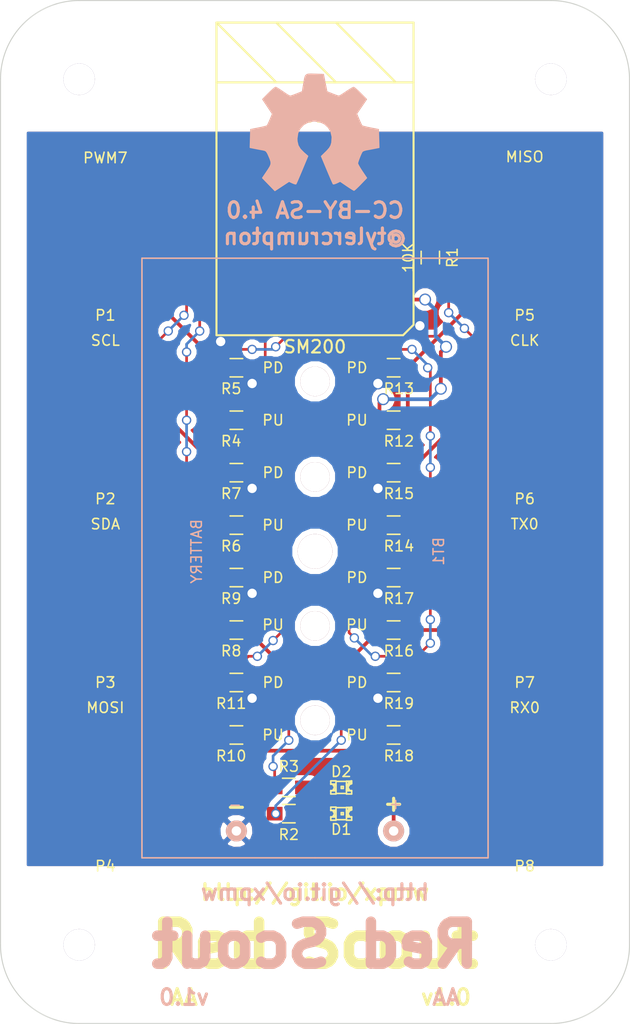
<source format=kicad_pcb>
(kicad_pcb (version 4) (host pcbnew "(2014-12-04 BZR 5312)-product")

  (general
    (links 61)
    (no_connects 0)
    (area 94.949999 37.449999 155.050001 135.050001)
    (thickness 1.6)
    (drawings 20)
    (tracks 222)
    (zones 0)
    (modules 36)
    (nets 40)
  )

  (page A4)
  (layers
    (0 F.Cu signal hide)
    (31 B.Cu signal hide)
    (32 B.Adhes user)
    (33 F.Adhes user)
    (34 B.Paste user)
    (35 F.Paste user)
    (36 B.SilkS user)
    (37 F.SilkS user)
    (38 B.Mask user)
    (39 F.Mask user)
    (40 Dwgs.User user)
    (41 Cmts.User user)
    (42 Eco1.User user)
    (43 Eco2.User user)
    (44 Edge.Cuts user)
    (45 Margin user)
    (46 B.CrtYd user)
    (47 F.CrtYd user)
    (48 B.Fab user)
    (49 F.Fab user)
  )

  (setup
    (last_trace_width 0.254)
    (trace_clearance 0.254)
    (zone_clearance 0.508)
    (zone_45_only no)
    (trace_min 0.254)
    (segment_width 0.2)
    (edge_width 0.1)
    (via_size 0.889)
    (via_drill 0.635)
    (via_min_size 0.889)
    (via_min_drill 0.508)
    (uvia_size 0.508)
    (uvia_drill 0.127)
    (uvias_allowed no)
    (uvia_min_size 0.508)
    (uvia_min_drill 0.127)
    (pcb_text_width 0.3)
    (pcb_text_size 1.5 1.5)
    (mod_edge_width 0.15)
    (mod_text_size 1 1)
    (mod_text_width 0.15)
    (pad_size 2.81 2.81)
    (pad_drill 2.8)
    (pad_to_mask_clearance 0)
    (aux_axis_origin 0 0)
    (visible_elements 7FFFFFFF)
    (pcbplotparams
      (layerselection 0x00030_80000001)
      (usegerberextensions false)
      (excludeedgelayer true)
      (linewidth 0.100000)
      (plotframeref false)
      (viasonmask false)
      (mode 1)
      (useauxorigin false)
      (hpglpennumber 1)
      (hpglpenspeed 20)
      (hpglpendiameter 15)
      (hpglpenoverlay 2)
      (psnegative false)
      (psa4output false)
      (plotreference true)
      (plotvalue true)
      (plotinvisibletext false)
      (padsonsilk false)
      (subtractmaskfromsilk false)
      (outputformat 1)
      (mirror false)
      (drillshape 1)
      (scaleselection 1)
      (outputdirectory ""))
  )

  (net 0 "")
  (net 1 "Net-(D1-Pad1)")
  (net 2 GND)
  (net 3 "Net-(D2-Pad1)")
  (net 4 "Net-(R1-Pad1)")
  (net 5 VCC)
  (net 6 PWM5)
  (net 7 PWM6)
  (net 8 PWM7)
  (net 9 SCL)
  (net 10 SDA)
  (net 11 MOSI)
  (net 12 MISO)
  (net 13 SPICLK)
  (net 14 TX0)
  (net 15 RX0)
  (net 16 "Net-(U1-PadE1)")
  (net 17 "Net-(U1-PadF1)")
  (net 18 "Net-(U1-PadB2)")
  (net 19 "Net-(U1-PadE2)")
  (net 20 "Net-(U1-PadF2)")
  (net 21 "Net-(U1-PadG2)")
  (net 22 "Net-(U1-PadH2)")
  (net 23 "Net-(U1-PadB3)")
  (net 24 "Net-(U1-PadC3)")
  (net 25 "Net-(U1-PadE3)")
  (net 26 "Net-(U1-PadF3)")
  (net 27 "Net-(U1-PadG3)")
  (net 28 "Net-(U1-PadH3)")
  (net 29 "Net-(U1-PadA4)")
  (net 30 "Net-(U1-PadC4)")
  (net 31 "Net-(U1-PadF4)")
  (net 32 "Net-(U1-PadG4)")
  (net 33 "Net-(U1-PadH4)")
  (net 34 "Net-(U1-PadB5)")
  (net 35 "Net-(U1-PadC5)")
  (net 36 "Net-(U1-PadG5)")
  (net 37 "Net-(U1-PadA6)")
  (net 38 "Net-(U1-PadB6)")
  (net 39 "Net-(U1-PadE8)")

  (net_class Default "This is the default net class."
    (clearance 0.254)
    (trace_width 0.254)
    (via_dia 0.889)
    (via_drill 0.635)
    (uvia_dia 0.508)
    (uvia_drill 0.127)
  )

  (net_class BGA ""
    (clearance 0.254)
    (trace_width 0.254)
    (via_dia 0.889)
    (via_drill 0.635)
    (uvia_dia 0.508)
    (uvia_drill 0.127)
    (add_net MISO)
    (add_net MOSI)
    (add_net "Net-(D1-Pad1)")
    (add_net "Net-(D2-Pad1)")
    (add_net "Net-(R1-Pad1)")
    (add_net "Net-(U1-PadA4)")
    (add_net "Net-(U1-PadA6)")
    (add_net "Net-(U1-PadB2)")
    (add_net "Net-(U1-PadB3)")
    (add_net "Net-(U1-PadB5)")
    (add_net "Net-(U1-PadB6)")
    (add_net "Net-(U1-PadC3)")
    (add_net "Net-(U1-PadC4)")
    (add_net "Net-(U1-PadC5)")
    (add_net "Net-(U1-PadE1)")
    (add_net "Net-(U1-PadE2)")
    (add_net "Net-(U1-PadE3)")
    (add_net "Net-(U1-PadE8)")
    (add_net "Net-(U1-PadF1)")
    (add_net "Net-(U1-PadF2)")
    (add_net "Net-(U1-PadF3)")
    (add_net "Net-(U1-PadF4)")
    (add_net "Net-(U1-PadG2)")
    (add_net "Net-(U1-PadG3)")
    (add_net "Net-(U1-PadG4)")
    (add_net "Net-(U1-PadG5)")
    (add_net "Net-(U1-PadH2)")
    (add_net "Net-(U1-PadH3)")
    (add_net "Net-(U1-PadH4)")
    (add_net PWM5)
    (add_net PWM6)
    (add_net PWM7)
    (add_net RX0)
    (add_net SCL)
    (add_net SDA)
    (add_net SPICLK)
    (add_net TX0)
  )

  (net_class Power ""
    (clearance 0.254)
    (trace_width 0.356)
    (via_dia 1.14)
    (via_drill 0.889)
    (uvia_dia 0.508)
    (uvia_drill 0.127)
    (add_net GND)
    (add_net VCC)
  )

  (module Mounting_Holes:MountingHole_3mm (layer F.Cu) (tedit 54F92978) (tstamp 54F92AA6)
    (at 147.5 45)
    (descr "Mounting hole, Befestigungsbohrung, 3mm, No Annular, Kein Restring,")
    (tags "Mounting hole, Befestigungsbohrung, 3mm, No Annular, Kein Restring,")
    (fp_text reference MountingHole_3mm (at 0 -4.0005) (layer F.SilkS) hide
      (effects (font (size 1 1) (thickness 0.15)))
    )
    (fp_text value VAL** (at 1.00076 5.00126) (layer F.SilkS) hide
      (effects (font (size 1 1) (thickness 0.15)))
    )
    (fp_circle (center 0 0) (end 2.99974 0) (layer Cmts.User) (width 0.381))
    (pad 1 thru_hole circle (at 0 0) (size 2.99974 2.99974) (drill 2.99974) (layers))
  )

  (module Mounting_Holes:MountingHole_3mm (layer F.Cu) (tedit 54F92978) (tstamp 54F92AA1)
    (at 102.5 45)
    (descr "Mounting hole, Befestigungsbohrung, 3mm, No Annular, Kein Restring,")
    (tags "Mounting hole, Befestigungsbohrung, 3mm, No Annular, Kein Restring,")
    (fp_text reference MountingHole_3mm (at 0 -4.0005) (layer F.SilkS) hide
      (effects (font (size 1 1) (thickness 0.15)))
    )
    (fp_text value VAL** (at 1.00076 5.00126) (layer F.SilkS) hide
      (effects (font (size 1 1) (thickness 0.15)))
    )
    (fp_circle (center 0 0) (end 2.99974 0) (layer Cmts.User) (width 0.381))
    (pad 1 thru_hole circle (at 0 0) (size 2.99974 2.99974) (drill 2.99974) (layers))
  )

  (module Mounting_Holes:MountingHole_3mm (layer F.Cu) (tedit 54F92978) (tstamp 54F92A9C)
    (at 102.5 127.5)
    (descr "Mounting hole, Befestigungsbohrung, 3mm, No Annular, Kein Restring,")
    (tags "Mounting hole, Befestigungsbohrung, 3mm, No Annular, Kein Restring,")
    (fp_text reference MountingHole_3mm (at 0 -4.0005) (layer F.SilkS) hide
      (effects (font (size 1 1) (thickness 0.15)))
    )
    (fp_text value VAL** (at 1.00076 5.00126) (layer F.SilkS) hide
      (effects (font (size 1 1) (thickness 0.15)))
    )
    (fp_circle (center 0 0) (end 2.99974 0) (layer Cmts.User) (width 0.381))
    (pad 1 thru_hole circle (at 0 0) (size 2.99974 2.99974) (drill 2.99974) (layers))
  )

  (module LEDs:LED-0805 placed (layer F.Cu) (tedit 54F92BB1) (tstamp 54F7FFB4)
    (at 127.5 115)
    (descr "LED 0805 smd package")
    (tags "LED 0805 SMD")
    (path /54F80470)
    (attr smd)
    (fp_text reference D1 (at 0 1.5) (layer F.SilkS)
      (effects (font (size 1 1) (thickness 0.15)))
    )
    (fp_text value LED (at 3 0) (layer F.SilkS) hide
      (effects (font (size 1 1) (thickness 0.15)))
    )
    (fp_line (start 0.49784 0.29972) (end 0.49784 0.62484) (layer F.SilkS) (width 0.15))
    (fp_line (start 0.49784 0.62484) (end 0.99822 0.62484) (layer F.SilkS) (width 0.15))
    (fp_line (start 0.99822 0.29972) (end 0.99822 0.62484) (layer F.SilkS) (width 0.15))
    (fp_line (start 0.49784 0.29972) (end 0.99822 0.29972) (layer F.SilkS) (width 0.15))
    (fp_line (start 0.49784 -0.32258) (end 0.49784 -0.17272) (layer F.SilkS) (width 0.15))
    (fp_line (start 0.49784 -0.17272) (end 0.7493 -0.17272) (layer F.SilkS) (width 0.15))
    (fp_line (start 0.7493 -0.32258) (end 0.7493 -0.17272) (layer F.SilkS) (width 0.15))
    (fp_line (start 0.49784 -0.32258) (end 0.7493 -0.32258) (layer F.SilkS) (width 0.15))
    (fp_line (start 0.49784 0.17272) (end 0.49784 0.32258) (layer F.SilkS) (width 0.15))
    (fp_line (start 0.49784 0.32258) (end 0.7493 0.32258) (layer F.SilkS) (width 0.15))
    (fp_line (start 0.7493 0.17272) (end 0.7493 0.32258) (layer F.SilkS) (width 0.15))
    (fp_line (start 0.49784 0.17272) (end 0.7493 0.17272) (layer F.SilkS) (width 0.15))
    (fp_line (start 0.49784 -0.19812) (end 0.49784 0.19812) (layer F.SilkS) (width 0.15))
    (fp_line (start 0.49784 0.19812) (end 0.6731 0.19812) (layer F.SilkS) (width 0.15))
    (fp_line (start 0.6731 -0.19812) (end 0.6731 0.19812) (layer F.SilkS) (width 0.15))
    (fp_line (start 0.49784 -0.19812) (end 0.6731 -0.19812) (layer F.SilkS) (width 0.15))
    (fp_line (start -0.99822 0.29972) (end -0.99822 0.62484) (layer F.SilkS) (width 0.15))
    (fp_line (start -0.99822 0.62484) (end -0.49784 0.62484) (layer F.SilkS) (width 0.15))
    (fp_line (start -0.49784 0.29972) (end -0.49784 0.62484) (layer F.SilkS) (width 0.15))
    (fp_line (start -0.99822 0.29972) (end -0.49784 0.29972) (layer F.SilkS) (width 0.15))
    (fp_line (start -0.99822 -0.62484) (end -0.99822 -0.29972) (layer F.SilkS) (width 0.15))
    (fp_line (start -0.99822 -0.29972) (end -0.49784 -0.29972) (layer F.SilkS) (width 0.15))
    (fp_line (start -0.49784 -0.62484) (end -0.49784 -0.29972) (layer F.SilkS) (width 0.15))
    (fp_line (start -0.99822 -0.62484) (end -0.49784 -0.62484) (layer F.SilkS) (width 0.15))
    (fp_line (start -0.7493 0.17272) (end -0.7493 0.32258) (layer F.SilkS) (width 0.15))
    (fp_line (start -0.7493 0.32258) (end -0.49784 0.32258) (layer F.SilkS) (width 0.15))
    (fp_line (start -0.49784 0.17272) (end -0.49784 0.32258) (layer F.SilkS) (width 0.15))
    (fp_line (start -0.7493 0.17272) (end -0.49784 0.17272) (layer F.SilkS) (width 0.15))
    (fp_line (start -0.7493 -0.32258) (end -0.7493 -0.17272) (layer F.SilkS) (width 0.15))
    (fp_line (start -0.7493 -0.17272) (end -0.49784 -0.17272) (layer F.SilkS) (width 0.15))
    (fp_line (start -0.49784 -0.32258) (end -0.49784 -0.17272) (layer F.SilkS) (width 0.15))
    (fp_line (start -0.7493 -0.32258) (end -0.49784 -0.32258) (layer F.SilkS) (width 0.15))
    (fp_line (start -0.6731 -0.19812) (end -0.6731 0.19812) (layer F.SilkS) (width 0.15))
    (fp_line (start -0.6731 0.19812) (end -0.49784 0.19812) (layer F.SilkS) (width 0.15))
    (fp_line (start -0.49784 -0.19812) (end -0.49784 0.19812) (layer F.SilkS) (width 0.15))
    (fp_line (start -0.6731 -0.19812) (end -0.49784 -0.19812) (layer F.SilkS) (width 0.15))
    (fp_line (start 0 -0.09906) (end 0 0.09906) (layer F.SilkS) (width 0.15))
    (fp_line (start 0 0.09906) (end 0.19812 0.09906) (layer F.SilkS) (width 0.15))
    (fp_line (start 0.19812 -0.09906) (end 0.19812 0.09906) (layer F.SilkS) (width 0.15))
    (fp_line (start 0 -0.09906) (end 0.19812 -0.09906) (layer F.SilkS) (width 0.15))
    (fp_line (start 0.49784 -0.59944) (end 0.49784 -0.29972) (layer F.SilkS) (width 0.15))
    (fp_line (start 0.49784 -0.29972) (end 0.79756 -0.29972) (layer F.SilkS) (width 0.15))
    (fp_line (start 0.79756 -0.59944) (end 0.79756 -0.29972) (layer F.SilkS) (width 0.15))
    (fp_line (start 0.49784 -0.59944) (end 0.79756 -0.59944) (layer F.SilkS) (width 0.15))
    (fp_line (start 0.92456 -0.62484) (end 0.92456 -0.39878) (layer F.SilkS) (width 0.15))
    (fp_line (start 0.92456 -0.39878) (end 0.99822 -0.39878) (layer F.SilkS) (width 0.15))
    (fp_line (start 0.99822 -0.62484) (end 0.99822 -0.39878) (layer F.SilkS) (width 0.15))
    (fp_line (start 0.92456 -0.62484) (end 0.99822 -0.62484) (layer F.SilkS) (width 0.15))
    (fp_line (start 0.52324 0.57404) (end -0.52324 0.57404) (layer F.SilkS) (width 0.15))
    (fp_line (start -0.49784 -0.57404) (end 0.92456 -0.57404) (layer F.SilkS) (width 0.15))
    (fp_circle (center 0.84836 -0.44958) (end 0.89916 -0.50038) (layer F.SilkS) (width 0.15))
    (fp_arc (start 0.99822 0) (end 0.99822 0.34798) (angle 180) (layer F.SilkS) (width 0.15))
    (fp_arc (start -0.99822 0) (end -0.99822 -0.34798) (angle 180) (layer F.SilkS) (width 0.15))
    (pad 1 smd rect (at -1.04902 0) (size 1.19888 1.19888) (layers F.Cu F.Paste F.Mask)
      (net 1 "Net-(D1-Pad1)"))
    (pad 2 smd rect (at 1.04902 0) (size 1.19888 1.19888) (layers F.Cu F.Paste F.Mask)
      (net 2 GND))
  )

  (module LEDs:LED-0805 placed (layer F.Cu) (tedit 54F92BA3) (tstamp 54F7FFBA)
    (at 127.5 112.5)
    (descr "LED 0805 smd package")
    (tags "LED 0805 SMD")
    (path /54F804AB)
    (attr smd)
    (fp_text reference D2 (at 0 -1.5) (layer F.SilkS)
      (effects (font (size 1 1) (thickness 0.15)))
    )
    (fp_text value LED (at 3 0) (layer F.SilkS) hide
      (effects (font (size 1 1) (thickness 0.15)))
    )
    (fp_line (start 0.49784 0.29972) (end 0.49784 0.62484) (layer F.SilkS) (width 0.15))
    (fp_line (start 0.49784 0.62484) (end 0.99822 0.62484) (layer F.SilkS) (width 0.15))
    (fp_line (start 0.99822 0.29972) (end 0.99822 0.62484) (layer F.SilkS) (width 0.15))
    (fp_line (start 0.49784 0.29972) (end 0.99822 0.29972) (layer F.SilkS) (width 0.15))
    (fp_line (start 0.49784 -0.32258) (end 0.49784 -0.17272) (layer F.SilkS) (width 0.15))
    (fp_line (start 0.49784 -0.17272) (end 0.7493 -0.17272) (layer F.SilkS) (width 0.15))
    (fp_line (start 0.7493 -0.32258) (end 0.7493 -0.17272) (layer F.SilkS) (width 0.15))
    (fp_line (start 0.49784 -0.32258) (end 0.7493 -0.32258) (layer F.SilkS) (width 0.15))
    (fp_line (start 0.49784 0.17272) (end 0.49784 0.32258) (layer F.SilkS) (width 0.15))
    (fp_line (start 0.49784 0.32258) (end 0.7493 0.32258) (layer F.SilkS) (width 0.15))
    (fp_line (start 0.7493 0.17272) (end 0.7493 0.32258) (layer F.SilkS) (width 0.15))
    (fp_line (start 0.49784 0.17272) (end 0.7493 0.17272) (layer F.SilkS) (width 0.15))
    (fp_line (start 0.49784 -0.19812) (end 0.49784 0.19812) (layer F.SilkS) (width 0.15))
    (fp_line (start 0.49784 0.19812) (end 0.6731 0.19812) (layer F.SilkS) (width 0.15))
    (fp_line (start 0.6731 -0.19812) (end 0.6731 0.19812) (layer F.SilkS) (width 0.15))
    (fp_line (start 0.49784 -0.19812) (end 0.6731 -0.19812) (layer F.SilkS) (width 0.15))
    (fp_line (start -0.99822 0.29972) (end -0.99822 0.62484) (layer F.SilkS) (width 0.15))
    (fp_line (start -0.99822 0.62484) (end -0.49784 0.62484) (layer F.SilkS) (width 0.15))
    (fp_line (start -0.49784 0.29972) (end -0.49784 0.62484) (layer F.SilkS) (width 0.15))
    (fp_line (start -0.99822 0.29972) (end -0.49784 0.29972) (layer F.SilkS) (width 0.15))
    (fp_line (start -0.99822 -0.62484) (end -0.99822 -0.29972) (layer F.SilkS) (width 0.15))
    (fp_line (start -0.99822 -0.29972) (end -0.49784 -0.29972) (layer F.SilkS) (width 0.15))
    (fp_line (start -0.49784 -0.62484) (end -0.49784 -0.29972) (layer F.SilkS) (width 0.15))
    (fp_line (start -0.99822 -0.62484) (end -0.49784 -0.62484) (layer F.SilkS) (width 0.15))
    (fp_line (start -0.7493 0.17272) (end -0.7493 0.32258) (layer F.SilkS) (width 0.15))
    (fp_line (start -0.7493 0.32258) (end -0.49784 0.32258) (layer F.SilkS) (width 0.15))
    (fp_line (start -0.49784 0.17272) (end -0.49784 0.32258) (layer F.SilkS) (width 0.15))
    (fp_line (start -0.7493 0.17272) (end -0.49784 0.17272) (layer F.SilkS) (width 0.15))
    (fp_line (start -0.7493 -0.32258) (end -0.7493 -0.17272) (layer F.SilkS) (width 0.15))
    (fp_line (start -0.7493 -0.17272) (end -0.49784 -0.17272) (layer F.SilkS) (width 0.15))
    (fp_line (start -0.49784 -0.32258) (end -0.49784 -0.17272) (layer F.SilkS) (width 0.15))
    (fp_line (start -0.7493 -0.32258) (end -0.49784 -0.32258) (layer F.SilkS) (width 0.15))
    (fp_line (start -0.6731 -0.19812) (end -0.6731 0.19812) (layer F.SilkS) (width 0.15))
    (fp_line (start -0.6731 0.19812) (end -0.49784 0.19812) (layer F.SilkS) (width 0.15))
    (fp_line (start -0.49784 -0.19812) (end -0.49784 0.19812) (layer F.SilkS) (width 0.15))
    (fp_line (start -0.6731 -0.19812) (end -0.49784 -0.19812) (layer F.SilkS) (width 0.15))
    (fp_line (start 0 -0.09906) (end 0 0.09906) (layer F.SilkS) (width 0.15))
    (fp_line (start 0 0.09906) (end 0.19812 0.09906) (layer F.SilkS) (width 0.15))
    (fp_line (start 0.19812 -0.09906) (end 0.19812 0.09906) (layer F.SilkS) (width 0.15))
    (fp_line (start 0 -0.09906) (end 0.19812 -0.09906) (layer F.SilkS) (width 0.15))
    (fp_line (start 0.49784 -0.59944) (end 0.49784 -0.29972) (layer F.SilkS) (width 0.15))
    (fp_line (start 0.49784 -0.29972) (end 0.79756 -0.29972) (layer F.SilkS) (width 0.15))
    (fp_line (start 0.79756 -0.59944) (end 0.79756 -0.29972) (layer F.SilkS) (width 0.15))
    (fp_line (start 0.49784 -0.59944) (end 0.79756 -0.59944) (layer F.SilkS) (width 0.15))
    (fp_line (start 0.92456 -0.62484) (end 0.92456 -0.39878) (layer F.SilkS) (width 0.15))
    (fp_line (start 0.92456 -0.39878) (end 0.99822 -0.39878) (layer F.SilkS) (width 0.15))
    (fp_line (start 0.99822 -0.62484) (end 0.99822 -0.39878) (layer F.SilkS) (width 0.15))
    (fp_line (start 0.92456 -0.62484) (end 0.99822 -0.62484) (layer F.SilkS) (width 0.15))
    (fp_line (start 0.52324 0.57404) (end -0.52324 0.57404) (layer F.SilkS) (width 0.15))
    (fp_line (start -0.49784 -0.57404) (end 0.92456 -0.57404) (layer F.SilkS) (width 0.15))
    (fp_circle (center 0.84836 -0.44958) (end 0.89916 -0.50038) (layer F.SilkS) (width 0.15))
    (fp_arc (start 0.99822 0) (end 0.99822 0.34798) (angle 180) (layer F.SilkS) (width 0.15))
    (fp_arc (start -0.99822 0) (end -0.99822 -0.34798) (angle 180) (layer F.SilkS) (width 0.15))
    (pad 1 smd rect (at -1.04902 0) (size 1.19888 1.19888) (layers F.Cu F.Paste F.Mask)
      (net 3 "Net-(D2-Pad1)"))
    (pad 2 smd rect (at 1.04902 0) (size 1.19888 1.19888) (layers F.Cu F.Paste F.Mask)
      (net 2 GND))
  )

  (module Resistors_SMD:R_0805_HandSoldering placed (layer F.Cu) (tedit 54189DEE) (tstamp 54F91CC5)
    (at 136 62 270)
    (descr "Resistor SMD 0805, hand soldering")
    (tags "resistor 0805")
    (path /54F832D4)
    (attr smd)
    (fp_text reference R1 (at 0 -2.1 270) (layer F.SilkS)
      (effects (font (size 1 1) (thickness 0.15)))
    )
    (fp_text value 10K (at 0 2.1 270) (layer F.SilkS)
      (effects (font (size 1 1) (thickness 0.15)))
    )
    (fp_line (start -2.4 -1) (end 2.4 -1) (layer F.CrtYd) (width 0.05))
    (fp_line (start -2.4 1) (end 2.4 1) (layer F.CrtYd) (width 0.05))
    (fp_line (start -2.4 -1) (end -2.4 1) (layer F.CrtYd) (width 0.05))
    (fp_line (start 2.4 -1) (end 2.4 1) (layer F.CrtYd) (width 0.05))
    (fp_line (start 0.6 0.875) (end -0.6 0.875) (layer F.SilkS) (width 0.15))
    (fp_line (start -0.6 -0.875) (end 0.6 -0.875) (layer F.SilkS) (width 0.15))
    (pad 1 smd rect (at -1.35 0 270) (size 1.5 1.3) (layers F.Cu F.Paste F.Mask)
      (net 4 "Net-(R1-Pad1)"))
    (pad 2 smd rect (at 1.35 0 270) (size 1.5 1.3) (layers F.Cu F.Paste F.Mask)
      (net 5 VCC))
    (model Resistors_SMD/R_0805_HandSoldering.wrl
      (at (xyz 0 0 0))
      (scale (xyz 1 1 1))
      (rotate (xyz 0 0 0))
    )
  )

  (module Resistors_SMD:R_0805_HandSoldering placed (layer F.Cu) (tedit 54F92545) (tstamp 54F7FFC6)
    (at 122.5 115)
    (descr "Resistor SMD 0805, hand soldering")
    (tags "resistor 0805")
    (path /54F80350)
    (attr smd)
    (fp_text reference R2 (at 0 2) (layer F.SilkS)
      (effects (font (size 1 1) (thickness 0.15)))
    )
    (fp_text value 1K (at -3 0) (layer F.SilkS) hide
      (effects (font (size 1 1) (thickness 0.15)))
    )
    (fp_line (start -2.4 -1) (end 2.4 -1) (layer F.CrtYd) (width 0.05))
    (fp_line (start -2.4 1) (end 2.4 1) (layer F.CrtYd) (width 0.05))
    (fp_line (start -2.4 -1) (end -2.4 1) (layer F.CrtYd) (width 0.05))
    (fp_line (start 2.4 -1) (end 2.4 1) (layer F.CrtYd) (width 0.05))
    (fp_line (start 0.6 0.875) (end -0.6 0.875) (layer F.SilkS) (width 0.15))
    (fp_line (start -0.6 -0.875) (end 0.6 -0.875) (layer F.SilkS) (width 0.15))
    (pad 1 smd rect (at -1.35 0) (size 1.5 1.3) (layers F.Cu F.Paste F.Mask)
      (net 6 PWM5))
    (pad 2 smd rect (at 1.35 0) (size 1.5 1.3) (layers F.Cu F.Paste F.Mask)
      (net 1 "Net-(D1-Pad1)"))
    (model Resistors_SMD/R_0805_HandSoldering.wrl
      (at (xyz 0 0 0))
      (scale (xyz 1 1 1))
      (rotate (xyz 0 0 0))
    )
  )

  (module Resistors_SMD:R_0805_HandSoldering placed (layer F.Cu) (tedit 54F92BB3) (tstamp 54F7FFCC)
    (at 122.5 112.5)
    (descr "Resistor SMD 0805, hand soldering")
    (tags "resistor 0805")
    (path /54F803F7)
    (attr smd)
    (fp_text reference R3 (at 0 -2) (layer F.SilkS)
      (effects (font (size 1 1) (thickness 0.15)))
    )
    (fp_text value 1K (at -3 0) (layer F.SilkS) hide
      (effects (font (size 1 1) (thickness 0.15)))
    )
    (fp_line (start -2.4 -1) (end 2.4 -1) (layer F.CrtYd) (width 0.05))
    (fp_line (start -2.4 1) (end 2.4 1) (layer F.CrtYd) (width 0.05))
    (fp_line (start -2.4 -1) (end -2.4 1) (layer F.CrtYd) (width 0.05))
    (fp_line (start 2.4 -1) (end 2.4 1) (layer F.CrtYd) (width 0.05))
    (fp_line (start 0.6 0.875) (end -0.6 0.875) (layer F.SilkS) (width 0.15))
    (fp_line (start -0.6 -0.875) (end 0.6 -0.875) (layer F.SilkS) (width 0.15))
    (pad 1 smd rect (at -1.35 0) (size 1.5 1.3) (layers F.Cu F.Paste F.Mask)
      (net 7 PWM6))
    (pad 2 smd rect (at 1.35 0) (size 1.5 1.3) (layers F.Cu F.Paste F.Mask)
      (net 3 "Net-(D2-Pad1)"))
    (model Resistors_SMD/R_0805_HandSoldering.wrl
      (at (xyz 0 0 0))
      (scale (xyz 1 1 1))
      (rotate (xyz 0 0 0))
    )
  )

  (module Resistors_SMD:R_0805_HandSoldering placed (layer F.Cu) (tedit 54F92655) (tstamp 54F7FFD2)
    (at 117.5 77.5)
    (descr "Resistor SMD 0805, hand soldering")
    (tags "resistor 0805")
    (path /54F813B5)
    (attr smd)
    (fp_text reference R4 (at -0.5 2) (layer F.SilkS)
      (effects (font (size 1 1) (thickness 0.15)))
    )
    (fp_text value PU (at 3.5 0) (layer F.SilkS)
      (effects (font (size 1 1) (thickness 0.15)))
    )
    (fp_line (start -2.4 -1) (end 2.4 -1) (layer F.CrtYd) (width 0.05))
    (fp_line (start -2.4 1) (end 2.4 1) (layer F.CrtYd) (width 0.05))
    (fp_line (start -2.4 -1) (end -2.4 1) (layer F.CrtYd) (width 0.05))
    (fp_line (start 2.4 -1) (end 2.4 1) (layer F.CrtYd) (width 0.05))
    (fp_line (start 0.6 0.875) (end -0.6 0.875) (layer F.SilkS) (width 0.15))
    (fp_line (start -0.6 -0.875) (end 0.6 -0.875) (layer F.SilkS) (width 0.15))
    (pad 1 smd rect (at -1.35 0) (size 1.5 1.3) (layers F.Cu F.Paste F.Mask)
      (net 8 PWM7))
    (pad 2 smd rect (at 1.35 0) (size 1.5 1.3) (layers F.Cu F.Paste F.Mask)
      (net 5 VCC))
    (model Resistors_SMD/R_0805_HandSoldering.wrl
      (at (xyz 0 0 0))
      (scale (xyz 1 1 1))
      (rotate (xyz 0 0 0))
    )
  )

  (module Resistors_SMD:R_0805_HandSoldering placed (layer F.Cu) (tedit 54F92652) (tstamp 54F7FFD8)
    (at 117.5 72.5)
    (descr "Resistor SMD 0805, hand soldering")
    (tags "resistor 0805")
    (path /54F8139F)
    (attr smd)
    (fp_text reference R5 (at -0.5 2) (layer F.SilkS)
      (effects (font (size 1 1) (thickness 0.15)))
    )
    (fp_text value PD (at 3.5 0) (layer F.SilkS)
      (effects (font (size 1 1) (thickness 0.15)))
    )
    (fp_line (start -2.4 -1) (end 2.4 -1) (layer F.CrtYd) (width 0.05))
    (fp_line (start -2.4 1) (end 2.4 1) (layer F.CrtYd) (width 0.05))
    (fp_line (start -2.4 -1) (end -2.4 1) (layer F.CrtYd) (width 0.05))
    (fp_line (start 2.4 -1) (end 2.4 1) (layer F.CrtYd) (width 0.05))
    (fp_line (start 0.6 0.875) (end -0.6 0.875) (layer F.SilkS) (width 0.15))
    (fp_line (start -0.6 -0.875) (end 0.6 -0.875) (layer F.SilkS) (width 0.15))
    (pad 1 smd rect (at -1.35 0) (size 1.5 1.3) (layers F.Cu F.Paste F.Mask)
      (net 8 PWM7))
    (pad 2 smd rect (at 1.35 0) (size 1.5 1.3) (layers F.Cu F.Paste F.Mask)
      (net 2 GND))
    (model Resistors_SMD/R_0805_HandSoldering.wrl
      (at (xyz 0 0 0))
      (scale (xyz 1 1 1))
      (rotate (xyz 0 0 0))
    )
  )

  (module Resistors_SMD:R_0805_HandSoldering placed (layer F.Cu) (tedit 54F92658) (tstamp 54F7FFDE)
    (at 117.5 87.5)
    (descr "Resistor SMD 0805, hand soldering")
    (tags "resistor 0805")
    (path /54F81019)
    (attr smd)
    (fp_text reference R6 (at -0.5 2) (layer F.SilkS)
      (effects (font (size 1 1) (thickness 0.15)))
    )
    (fp_text value PU (at 3.5 0) (layer F.SilkS)
      (effects (font (size 1 1) (thickness 0.15)))
    )
    (fp_line (start -2.4 -1) (end 2.4 -1) (layer F.CrtYd) (width 0.05))
    (fp_line (start -2.4 1) (end 2.4 1) (layer F.CrtYd) (width 0.05))
    (fp_line (start -2.4 -1) (end -2.4 1) (layer F.CrtYd) (width 0.05))
    (fp_line (start 2.4 -1) (end 2.4 1) (layer F.CrtYd) (width 0.05))
    (fp_line (start 0.6 0.875) (end -0.6 0.875) (layer F.SilkS) (width 0.15))
    (fp_line (start -0.6 -0.875) (end 0.6 -0.875) (layer F.SilkS) (width 0.15))
    (pad 1 smd rect (at -1.35 0) (size 1.5 1.3) (layers F.Cu F.Paste F.Mask)
      (net 9 SCL))
    (pad 2 smd rect (at 1.35 0) (size 1.5 1.3) (layers F.Cu F.Paste F.Mask)
      (net 5 VCC))
    (model Resistors_SMD/R_0805_HandSoldering.wrl
      (at (xyz 0 0 0))
      (scale (xyz 1 1 1))
      (rotate (xyz 0 0 0))
    )
  )

  (module Resistors_SMD:R_0805_HandSoldering placed (layer F.Cu) (tedit 54F9264A) (tstamp 54F7FFE4)
    (at 117.5 82.5)
    (descr "Resistor SMD 0805, hand soldering")
    (tags "resistor 0805")
    (path /54F7F6ED)
    (attr smd)
    (fp_text reference R7 (at -0.5 2) (layer F.SilkS)
      (effects (font (size 1 1) (thickness 0.15)))
    )
    (fp_text value PD (at 3.5 0) (layer F.SilkS)
      (effects (font (size 1 1) (thickness 0.15)))
    )
    (fp_line (start -2.4 -1) (end 2.4 -1) (layer F.CrtYd) (width 0.05))
    (fp_line (start -2.4 1) (end 2.4 1) (layer F.CrtYd) (width 0.05))
    (fp_line (start -2.4 -1) (end -2.4 1) (layer F.CrtYd) (width 0.05))
    (fp_line (start 2.4 -1) (end 2.4 1) (layer F.CrtYd) (width 0.05))
    (fp_line (start 0.6 0.875) (end -0.6 0.875) (layer F.SilkS) (width 0.15))
    (fp_line (start -0.6 -0.875) (end 0.6 -0.875) (layer F.SilkS) (width 0.15))
    (pad 1 smd rect (at -1.35 0) (size 1.5 1.3) (layers F.Cu F.Paste F.Mask)
      (net 9 SCL))
    (pad 2 smd rect (at 1.35 0) (size 1.5 1.3) (layers F.Cu F.Paste F.Mask)
      (net 2 GND))
    (model Resistors_SMD/R_0805_HandSoldering.wrl
      (at (xyz 0 0 0))
      (scale (xyz 1 1 1))
      (rotate (xyz 0 0 0))
    )
  )

  (module Resistors_SMD:R_0805_HandSoldering placed (layer F.Cu) (tedit 54F9265B) (tstamp 54F7FFEA)
    (at 117.5 97.5)
    (descr "Resistor SMD 0805, hand soldering")
    (tags "resistor 0805")
    (path /54F81491)
    (attr smd)
    (fp_text reference R8 (at -0.5 2) (layer F.SilkS)
      (effects (font (size 1 1) (thickness 0.15)))
    )
    (fp_text value PU (at 3.5 -0.5) (layer F.SilkS)
      (effects (font (size 1 1) (thickness 0.15)))
    )
    (fp_line (start -2.4 -1) (end 2.4 -1) (layer F.CrtYd) (width 0.05))
    (fp_line (start -2.4 1) (end 2.4 1) (layer F.CrtYd) (width 0.05))
    (fp_line (start -2.4 -1) (end -2.4 1) (layer F.CrtYd) (width 0.05))
    (fp_line (start 2.4 -1) (end 2.4 1) (layer F.CrtYd) (width 0.05))
    (fp_line (start 0.6 0.875) (end -0.6 0.875) (layer F.SilkS) (width 0.15))
    (fp_line (start -0.6 -0.875) (end 0.6 -0.875) (layer F.SilkS) (width 0.15))
    (pad 1 smd rect (at -1.35 0) (size 1.5 1.3) (layers F.Cu F.Paste F.Mask)
      (net 10 SDA))
    (pad 2 smd rect (at 1.35 0) (size 1.5 1.3) (layers F.Cu F.Paste F.Mask)
      (net 5 VCC))
    (model Resistors_SMD/R_0805_HandSoldering.wrl
      (at (xyz 0 0 0))
      (scale (xyz 1 1 1))
      (rotate (xyz 0 0 0))
    )
  )

  (module Resistors_SMD:R_0805_HandSoldering placed (layer F.Cu) (tedit 54F92644) (tstamp 54F7FFF0)
    (at 117.5 92.5)
    (descr "Resistor SMD 0805, hand soldering")
    (tags "resistor 0805")
    (path /54F8147B)
    (attr smd)
    (fp_text reference R9 (at -0.5 2) (layer F.SilkS)
      (effects (font (size 1 1) (thickness 0.15)))
    )
    (fp_text value PD (at 3.5 0) (layer F.SilkS)
      (effects (font (size 1 1) (thickness 0.15)))
    )
    (fp_line (start -2.4 -1) (end 2.4 -1) (layer F.CrtYd) (width 0.05))
    (fp_line (start -2.4 1) (end 2.4 1) (layer F.CrtYd) (width 0.05))
    (fp_line (start -2.4 -1) (end -2.4 1) (layer F.CrtYd) (width 0.05))
    (fp_line (start 2.4 -1) (end 2.4 1) (layer F.CrtYd) (width 0.05))
    (fp_line (start 0.6 0.875) (end -0.6 0.875) (layer F.SilkS) (width 0.15))
    (fp_line (start -0.6 -0.875) (end 0.6 -0.875) (layer F.SilkS) (width 0.15))
    (pad 1 smd rect (at -1.35 0) (size 1.5 1.3) (layers F.Cu F.Paste F.Mask)
      (net 10 SDA))
    (pad 2 smd rect (at 1.35 0) (size 1.5 1.3) (layers F.Cu F.Paste F.Mask)
      (net 2 GND))
    (model Resistors_SMD/R_0805_HandSoldering.wrl
      (at (xyz 0 0 0))
      (scale (xyz 1 1 1))
      (rotate (xyz 0 0 0))
    )
  )

  (module Resistors_SMD:R_0805_HandSoldering placed (layer F.Cu) (tedit 54F9265F) (tstamp 54F7FFF6)
    (at 117.5 107.5)
    (descr "Resistor SMD 0805, hand soldering")
    (tags "resistor 0805")
    (path /54F8146B)
    (attr smd)
    (fp_text reference R10 (at -0.5 2) (layer F.SilkS)
      (effects (font (size 1 1) (thickness 0.15)))
    )
    (fp_text value PU (at 3.5 0) (layer F.SilkS)
      (effects (font (size 1 1) (thickness 0.15)))
    )
    (fp_line (start -2.4 -1) (end 2.4 -1) (layer F.CrtYd) (width 0.05))
    (fp_line (start -2.4 1) (end 2.4 1) (layer F.CrtYd) (width 0.05))
    (fp_line (start -2.4 -1) (end -2.4 1) (layer F.CrtYd) (width 0.05))
    (fp_line (start 2.4 -1) (end 2.4 1) (layer F.CrtYd) (width 0.05))
    (fp_line (start 0.6 0.875) (end -0.6 0.875) (layer F.SilkS) (width 0.15))
    (fp_line (start -0.6 -0.875) (end 0.6 -0.875) (layer F.SilkS) (width 0.15))
    (pad 1 smd rect (at -1.35 0) (size 1.5 1.3) (layers F.Cu F.Paste F.Mask)
      (net 11 MOSI))
    (pad 2 smd rect (at 1.35 0) (size 1.5 1.3) (layers F.Cu F.Paste F.Mask)
      (net 5 VCC))
    (model Resistors_SMD/R_0805_HandSoldering.wrl
      (at (xyz 0 0 0))
      (scale (xyz 1 1 1))
      (rotate (xyz 0 0 0))
    )
  )

  (module Resistors_SMD:R_0805_HandSoldering placed (layer F.Cu) (tedit 54F92637) (tstamp 54F7FFFC)
    (at 117.5 102.5)
    (descr "Resistor SMD 0805, hand soldering")
    (tags "resistor 0805")
    (path /54F81455)
    (attr smd)
    (fp_text reference R11 (at -0.5 2) (layer F.SilkS)
      (effects (font (size 1 1) (thickness 0.15)))
    )
    (fp_text value PD (at 3.5 0) (layer F.SilkS)
      (effects (font (size 1 1) (thickness 0.15)))
    )
    (fp_line (start -2.4 -1) (end 2.4 -1) (layer F.CrtYd) (width 0.05))
    (fp_line (start -2.4 1) (end 2.4 1) (layer F.CrtYd) (width 0.05))
    (fp_line (start -2.4 -1) (end -2.4 1) (layer F.CrtYd) (width 0.05))
    (fp_line (start 2.4 -1) (end 2.4 1) (layer F.CrtYd) (width 0.05))
    (fp_line (start 0.6 0.875) (end -0.6 0.875) (layer F.SilkS) (width 0.15))
    (fp_line (start -0.6 -0.875) (end 0.6 -0.875) (layer F.SilkS) (width 0.15))
    (pad 1 smd rect (at -1.35 0) (size 1.5 1.3) (layers F.Cu F.Paste F.Mask)
      (net 11 MOSI))
    (pad 2 smd rect (at 1.35 0) (size 1.5 1.3) (layers F.Cu F.Paste F.Mask)
      (net 2 GND))
    (model Resistors_SMD/R_0805_HandSoldering.wrl
      (at (xyz 0 0 0))
      (scale (xyz 1 1 1))
      (rotate (xyz 0 0 0))
    )
  )

  (module Resistors_SMD:R_0805_HandSoldering placed (layer F.Cu) (tedit 54F9267A) (tstamp 54F80002)
    (at 132.5 77.5 180)
    (descr "Resistor SMD 0805, hand soldering")
    (tags "resistor 0805")
    (path /54F81753)
    (attr smd)
    (fp_text reference R12 (at -0.5 -2 180) (layer F.SilkS)
      (effects (font (size 1 1) (thickness 0.15)))
    )
    (fp_text value PU (at 3.5 0 180) (layer F.SilkS)
      (effects (font (size 1 1) (thickness 0.15)))
    )
    (fp_line (start -2.4 -1) (end 2.4 -1) (layer F.CrtYd) (width 0.05))
    (fp_line (start -2.4 1) (end 2.4 1) (layer F.CrtYd) (width 0.05))
    (fp_line (start -2.4 -1) (end -2.4 1) (layer F.CrtYd) (width 0.05))
    (fp_line (start 2.4 -1) (end 2.4 1) (layer F.CrtYd) (width 0.05))
    (fp_line (start 0.6 0.875) (end -0.6 0.875) (layer F.SilkS) (width 0.15))
    (fp_line (start -0.6 -0.875) (end 0.6 -0.875) (layer F.SilkS) (width 0.15))
    (pad 1 smd rect (at -1.35 0 180) (size 1.5 1.3) (layers F.Cu F.Paste F.Mask)
      (net 12 MISO))
    (pad 2 smd rect (at 1.35 0 180) (size 1.5 1.3) (layers F.Cu F.Paste F.Mask)
      (net 5 VCC))
    (model Resistors_SMD/R_0805_HandSoldering.wrl
      (at (xyz 0 0 0))
      (scale (xyz 1 1 1))
      (rotate (xyz 0 0 0))
    )
  )

  (module Resistors_SMD:R_0805_HandSoldering placed (layer F.Cu) (tedit 54F92B8D) (tstamp 54F80008)
    (at 132.5 72.5 180)
    (descr "Resistor SMD 0805, hand soldering")
    (tags "resistor 0805")
    (path /54F8173D)
    (attr smd)
    (fp_text reference R13 (at -0.5 -2 180) (layer F.SilkS)
      (effects (font (size 1 1) (thickness 0.15)))
    )
    (fp_text value PD (at 3.5 0 180) (layer F.SilkS)
      (effects (font (size 1 1) (thickness 0.15)))
    )
    (fp_line (start -2.4 -1) (end 2.4 -1) (layer F.CrtYd) (width 0.05))
    (fp_line (start -2.4 1) (end 2.4 1) (layer F.CrtYd) (width 0.05))
    (fp_line (start -2.4 -1) (end -2.4 1) (layer F.CrtYd) (width 0.05))
    (fp_line (start 2.4 -1) (end 2.4 1) (layer F.CrtYd) (width 0.05))
    (fp_line (start 0.6 0.875) (end -0.6 0.875) (layer F.SilkS) (width 0.15))
    (fp_line (start -0.6 -0.875) (end 0.6 -0.875) (layer F.SilkS) (width 0.15))
    (pad 1 smd rect (at -1.35 0 180) (size 1.5 1.3) (layers F.Cu F.Paste F.Mask)
      (net 12 MISO))
    (pad 2 smd rect (at 1.35 0 180) (size 1.5 1.3) (layers F.Cu F.Paste F.Mask)
      (net 2 GND))
    (model Resistors_SMD/R_0805_HandSoldering.wrl
      (at (xyz 0 0 0))
      (scale (xyz 1 1 1))
      (rotate (xyz 0 0 0))
    )
  )

  (module Resistors_SMD:R_0805_HandSoldering placed (layer F.Cu) (tedit 54F92674) (tstamp 54F8000E)
    (at 132.5 87.5 180)
    (descr "Resistor SMD 0805, hand soldering")
    (tags "resistor 0805")
    (path /54F8172D)
    (attr smd)
    (fp_text reference R14 (at -0.5 -2 180) (layer F.SilkS)
      (effects (font (size 1 1) (thickness 0.15)))
    )
    (fp_text value PU (at 3.5 0 180) (layer F.SilkS)
      (effects (font (size 1 1) (thickness 0.15)))
    )
    (fp_line (start -2.4 -1) (end 2.4 -1) (layer F.CrtYd) (width 0.05))
    (fp_line (start -2.4 1) (end 2.4 1) (layer F.CrtYd) (width 0.05))
    (fp_line (start -2.4 -1) (end -2.4 1) (layer F.CrtYd) (width 0.05))
    (fp_line (start 2.4 -1) (end 2.4 1) (layer F.CrtYd) (width 0.05))
    (fp_line (start 0.6 0.875) (end -0.6 0.875) (layer F.SilkS) (width 0.15))
    (fp_line (start -0.6 -0.875) (end 0.6 -0.875) (layer F.SilkS) (width 0.15))
    (pad 1 smd rect (at -1.35 0 180) (size 1.5 1.3) (layers F.Cu F.Paste F.Mask)
      (net 13 SPICLK))
    (pad 2 smd rect (at 1.35 0 180) (size 1.5 1.3) (layers F.Cu F.Paste F.Mask)
      (net 5 VCC))
    (model Resistors_SMD/R_0805_HandSoldering.wrl
      (at (xyz 0 0 0))
      (scale (xyz 1 1 1))
      (rotate (xyz 0 0 0))
    )
  )

  (module Resistors_SMD:R_0805_HandSoldering placed (layer F.Cu) (tedit 54F92676) (tstamp 54F80014)
    (at 132.5 82.5 180)
    (descr "Resistor SMD 0805, hand soldering")
    (tags "resistor 0805")
    (path /54F81717)
    (attr smd)
    (fp_text reference R15 (at -0.5 -2 180) (layer F.SilkS)
      (effects (font (size 1 1) (thickness 0.15)))
    )
    (fp_text value PD (at 3.5 0 180) (layer F.SilkS)
      (effects (font (size 1 1) (thickness 0.15)))
    )
    (fp_line (start -2.4 -1) (end 2.4 -1) (layer F.CrtYd) (width 0.05))
    (fp_line (start -2.4 1) (end 2.4 1) (layer F.CrtYd) (width 0.05))
    (fp_line (start -2.4 -1) (end -2.4 1) (layer F.CrtYd) (width 0.05))
    (fp_line (start 2.4 -1) (end 2.4 1) (layer F.CrtYd) (width 0.05))
    (fp_line (start 0.6 0.875) (end -0.6 0.875) (layer F.SilkS) (width 0.15))
    (fp_line (start -0.6 -0.875) (end 0.6 -0.875) (layer F.SilkS) (width 0.15))
    (pad 1 smd rect (at -1.35 0 180) (size 1.5 1.3) (layers F.Cu F.Paste F.Mask)
      (net 13 SPICLK))
    (pad 2 smd rect (at 1.35 0 180) (size 1.5 1.3) (layers F.Cu F.Paste F.Mask)
      (net 2 GND))
    (model Resistors_SMD/R_0805_HandSoldering.wrl
      (at (xyz 0 0 0))
      (scale (xyz 1 1 1))
      (rotate (xyz 0 0 0))
    )
  )

  (module Resistors_SMD:R_0805_HandSoldering placed (layer F.Cu) (tedit 54F9266F) (tstamp 54F8001A)
    (at 132.5 97.5 180)
    (descr "Resistor SMD 0805, hand soldering")
    (tags "resistor 0805")
    (path /54F8179F)
    (attr smd)
    (fp_text reference R16 (at -0.5 -2 180) (layer F.SilkS)
      (effects (font (size 1 1) (thickness 0.15)))
    )
    (fp_text value PU (at 3.5 0.5 180) (layer F.SilkS)
      (effects (font (size 1 1) (thickness 0.15)))
    )
    (fp_line (start -2.4 -1) (end 2.4 -1) (layer F.CrtYd) (width 0.05))
    (fp_line (start -2.4 1) (end 2.4 1) (layer F.CrtYd) (width 0.05))
    (fp_line (start -2.4 -1) (end -2.4 1) (layer F.CrtYd) (width 0.05))
    (fp_line (start 2.4 -1) (end 2.4 1) (layer F.CrtYd) (width 0.05))
    (fp_line (start 0.6 0.875) (end -0.6 0.875) (layer F.SilkS) (width 0.15))
    (fp_line (start -0.6 -0.875) (end 0.6 -0.875) (layer F.SilkS) (width 0.15))
    (pad 1 smd rect (at -1.35 0 180) (size 1.5 1.3) (layers F.Cu F.Paste F.Mask)
      (net 14 TX0))
    (pad 2 smd rect (at 1.35 0 180) (size 1.5 1.3) (layers F.Cu F.Paste F.Mask)
      (net 5 VCC))
    (model Resistors_SMD/R_0805_HandSoldering.wrl
      (at (xyz 0 0 0))
      (scale (xyz 1 1 1))
      (rotate (xyz 0 0 0))
    )
  )

  (module Resistors_SMD:R_0805_HandSoldering placed (layer F.Cu) (tedit 54F92671) (tstamp 54F80020)
    (at 132.5 92.5 180)
    (descr "Resistor SMD 0805, hand soldering")
    (tags "resistor 0805")
    (path /54F81789)
    (attr smd)
    (fp_text reference R17 (at -0.5 -2 180) (layer F.SilkS)
      (effects (font (size 1 1) (thickness 0.15)))
    )
    (fp_text value PD (at 3.5 0 180) (layer F.SilkS)
      (effects (font (size 1 1) (thickness 0.15)))
    )
    (fp_line (start -2.4 -1) (end 2.4 -1) (layer F.CrtYd) (width 0.05))
    (fp_line (start -2.4 1) (end 2.4 1) (layer F.CrtYd) (width 0.05))
    (fp_line (start -2.4 -1) (end -2.4 1) (layer F.CrtYd) (width 0.05))
    (fp_line (start 2.4 -1) (end 2.4 1) (layer F.CrtYd) (width 0.05))
    (fp_line (start 0.6 0.875) (end -0.6 0.875) (layer F.SilkS) (width 0.15))
    (fp_line (start -0.6 -0.875) (end 0.6 -0.875) (layer F.SilkS) (width 0.15))
    (pad 1 smd rect (at -1.35 0 180) (size 1.5 1.3) (layers F.Cu F.Paste F.Mask)
      (net 14 TX0))
    (pad 2 smd rect (at 1.35 0 180) (size 1.5 1.3) (layers F.Cu F.Paste F.Mask)
      (net 2 GND))
    (model Resistors_SMD/R_0805_HandSoldering.wrl
      (at (xyz 0 0 0))
      (scale (xyz 1 1 1))
      (rotate (xyz 0 0 0))
    )
  )

  (module Resistors_SMD:R_0805_HandSoldering placed (layer F.Cu) (tedit 54F9266A) (tstamp 54F80026)
    (at 132.5 107.5 180)
    (descr "Resistor SMD 0805, hand soldering")
    (tags "resistor 0805")
    (path /54F81779)
    (attr smd)
    (fp_text reference R18 (at -0.5 -2 180) (layer F.SilkS)
      (effects (font (size 1 1) (thickness 0.15)))
    )
    (fp_text value PU (at 3.5 0 180) (layer F.SilkS)
      (effects (font (size 1 1) (thickness 0.15)))
    )
    (fp_line (start -2.4 -1) (end 2.4 -1) (layer F.CrtYd) (width 0.05))
    (fp_line (start -2.4 1) (end 2.4 1) (layer F.CrtYd) (width 0.05))
    (fp_line (start -2.4 -1) (end -2.4 1) (layer F.CrtYd) (width 0.05))
    (fp_line (start 2.4 -1) (end 2.4 1) (layer F.CrtYd) (width 0.05))
    (fp_line (start 0.6 0.875) (end -0.6 0.875) (layer F.SilkS) (width 0.15))
    (fp_line (start -0.6 -0.875) (end 0.6 -0.875) (layer F.SilkS) (width 0.15))
    (pad 1 smd rect (at -1.35 0 180) (size 1.5 1.3) (layers F.Cu F.Paste F.Mask)
      (net 15 RX0))
    (pad 2 smd rect (at 1.35 0 180) (size 1.5 1.3) (layers F.Cu F.Paste F.Mask)
      (net 5 VCC))
    (model Resistors_SMD/R_0805_HandSoldering.wrl
      (at (xyz 0 0 0))
      (scale (xyz 1 1 1))
      (rotate (xyz 0 0 0))
    )
  )

  (module Resistors_SMD:R_0805_HandSoldering placed (layer F.Cu) (tedit 54F9266C) (tstamp 54F8002C)
    (at 132.5 102.5 180)
    (descr "Resistor SMD 0805, hand soldering")
    (tags "resistor 0805")
    (path /54F81763)
    (attr smd)
    (fp_text reference R19 (at -0.5 -2 180) (layer F.SilkS)
      (effects (font (size 1 1) (thickness 0.15)))
    )
    (fp_text value PD (at 3.5 0 180) (layer F.SilkS)
      (effects (font (size 1 1) (thickness 0.15)))
    )
    (fp_line (start -2.4 -1) (end 2.4 -1) (layer F.CrtYd) (width 0.05))
    (fp_line (start -2.4 1) (end 2.4 1) (layer F.CrtYd) (width 0.05))
    (fp_line (start -2.4 -1) (end -2.4 1) (layer F.CrtYd) (width 0.05))
    (fp_line (start 2.4 -1) (end 2.4 1) (layer F.CrtYd) (width 0.05))
    (fp_line (start 0.6 0.875) (end -0.6 0.875) (layer F.SilkS) (width 0.15))
    (fp_line (start -0.6 -0.875) (end 0.6 -0.875) (layer F.SilkS) (width 0.15))
    (pad 1 smd rect (at -1.35 0 180) (size 1.5 1.3) (layers F.Cu F.Paste F.Mask)
      (net 15 RX0))
    (pad 2 smd rect (at 1.35 0 180) (size 1.5 1.3) (layers F.Cu F.Paste F.Mask)
      (net 2 GND))
    (model Resistors_SMD/R_0805_HandSoldering.wrl
      (at (xyz 0 0 0))
      (scale (xyz 1 1 1))
      (rotate (xyz 0 0 0))
    )
  )

  (module _CrumpPrints:SM200 locked (layer F.Cu) (tedit 54F92481) (tstamp 54F8007B)
    (at 125 60)
    (path /54F7EC40)
    (fp_text reference U1 (at 0 -11.5) (layer F.SilkS)
      (effects (font (size 1.2 1.2) (thickness 0.2)))
    )
    (fp_text value SM200 (at 0 10.5) (layer F.SilkS)
      (effects (font (size 1.2 1.2) (thickness 0.2)))
    )
    (fp_line (start 2 -20.4) (end 7.7 -14.7) (layer F.SilkS) (width 0.2))
    (fp_line (start -3.7 -20.4) (end 2 -14.7) (layer F.SilkS) (width 0.2))
    (fp_line (start -9.4 -20.4) (end -3.7 -14.7) (layer F.SilkS) (width 0.2))
    (fp_line (start -9.4 -14.7) (end 9.4 -14.7) (layer F.SilkS) (width 0.2))
    (fp_line (start 9.4 -9.4) (end 9.4 -20.4) (layer F.SilkS) (width 0.2))
    (fp_line (start 9.4 -20.4) (end -9.4 -20.4) (layer F.SilkS) (width 0.2))
    (fp_line (start -9.4 -20.4) (end -9.4 -9.4) (layer F.SilkS) (width 0.2))
    (fp_line (start 9.4 8.4) (end 8.4 9.4) (layer F.SilkS) (width 0.2))
    (fp_line (start 8.4 9.4) (end -9.4 9.4) (layer F.SilkS) (width 0.2))
    (fp_line (start -9.4 9.4) (end -9.4 -9.4) (layer F.SilkS) (width 0.2))
    (fp_line (start 9.4 -9.4) (end 9.4 8.4) (layer F.SilkS) (width 0.2))
    (pad A1 smd rect (at 8.4 8.4 90) (size 1.4 1.4) (layers F.Cu F.Paste F.Mask)
      (net 2 GND))
    (pad B1 smd circle (at 6 8.4 90) (size 1.4 1.4) (layers F.Cu F.Paste F.Mask)
      (net 12 MISO))
    (pad C1 smd circle (at 3.6 8.4 90) (size 1.4 1.4) (layers F.Cu F.Paste F.Mask)
      (net 15 RX0))
    (pad D1 smd circle (at 1.2 8.4 90) (size 1.4 1.4) (layers F.Cu F.Paste F.Mask)
      (net 6 PWM5))
    (pad E1 smd circle (at -1.2 8.4 90) (size 1.4 1.4) (layers F.Cu F.Paste F.Mask)
      (net 16 "Net-(U1-PadE1)"))
    (pad F1 smd circle (at -3.6 8.4 90) (size 1.4 1.4) (layers F.Cu F.Paste F.Mask)
      (net 17 "Net-(U1-PadF1)"))
    (pad G1 smd circle (at -6 8.4 90) (size 1.4 1.4) (layers F.Cu F.Paste F.Mask)
      (net 2 GND))
    (pad H1 smd circle (at -8.4 8.4 90) (size 1.4 1.4) (layers F.Cu F.Paste F.Mask)
      (net 2 GND))
    (pad A2 smd circle (at 8.4 6 90) (size 1.4 1.4) (layers F.Cu F.Paste F.Mask)
      (net 5 VCC))
    (pad B2 smd circle (at 6 6 90) (size 1.4 1.4) (layers F.Cu F.Paste F.Mask)
      (net 18 "Net-(U1-PadB2)"))
    (pad C2 smd circle (at 3.6 6 90) (size 1.4 1.4) (layers F.Cu F.Paste F.Mask)
      (net 14 TX0))
    (pad D2 smd circle (at 1.2 6 90) (size 1.4 1.4) (layers F.Cu F.Paste F.Mask)
      (net 7 PWM6))
    (pad E2 smd circle (at -1.2 6 90) (size 1.4 1.4) (layers F.Cu F.Paste F.Mask)
      (net 19 "Net-(U1-PadE2)"))
    (pad F2 smd circle (at -3.6 6 90) (size 1.4 1.4) (layers F.Cu F.Paste F.Mask)
      (net 20 "Net-(U1-PadF2)"))
    (pad G2 smd circle (at -6 6 90) (size 1.4 1.4) (layers F.Cu F.Paste F.Mask)
      (net 21 "Net-(U1-PadG2)"))
    (pad H2 smd circle (at -8.4 6 90) (size 1.4 1.4) (layers F.Cu F.Paste F.Mask)
      (net 22 "Net-(U1-PadH2)"))
    (pad A3 smd circle (at 8.4 3.6 90) (size 1.4 1.4) (layers F.Cu F.Paste F.Mask)
      (net 5 VCC))
    (pad B3 smd circle (at 6 3.6 90) (size 1.4 1.4) (layers F.Cu F.Paste F.Mask)
      (net 23 "Net-(U1-PadB3)"))
    (pad C3 smd circle (at 3.6 3.6 90) (size 1.4 1.4) (layers F.Cu F.Paste F.Mask)
      (net 24 "Net-(U1-PadC3)"))
    (pad D3 smd circle (at 1.2 3.6 90) (size 1.4 1.4) (layers F.Cu F.Paste F.Mask)
      (net 8 PWM7))
    (pad E3 smd circle (at -1.2 3.6 90) (size 1.4 1.4) (layers F.Cu F.Paste F.Mask)
      (net 25 "Net-(U1-PadE3)"))
    (pad F3 smd circle (at -3.6 3.6 90) (size 1.4 1.4) (layers F.Cu F.Paste F.Mask)
      (net 26 "Net-(U1-PadF3)"))
    (pad G3 smd circle (at -6 3.6 90) (size 1.4 1.4) (layers F.Cu F.Paste F.Mask)
      (net 27 "Net-(U1-PadG3)"))
    (pad H3 smd circle (at -8.4 3.6 90) (size 1.4 1.4) (layers F.Cu F.Paste F.Mask)
      (net 28 "Net-(U1-PadH3)"))
    (pad A4 smd circle (at 8.4 1.2 90) (size 1.4 1.4) (layers F.Cu F.Paste F.Mask)
      (net 29 "Net-(U1-PadA4)"))
    (pad B4 smd circle (at 6 1.2 90) (size 1.4 1.4) (layers F.Cu F.Paste F.Mask)
      (net 11 MOSI))
    (pad C4 smd circle (at 3.6 1.2 90) (size 1.4 1.4) (layers F.Cu F.Paste F.Mask)
      (net 30 "Net-(U1-PadC4)"))
    (pad D4 smd circle (at 1.2 1.2 90) (size 1.4 1.4) (layers F.Cu F.Paste F.Mask))
    (pad E4 smd circle (at -1.2 1.2 90) (size 1.4 1.4) (layers F.Cu F.Paste F.Mask))
    (pad F4 smd circle (at -3.6 1.2 90) (size 1.4 1.4) (layers F.Cu F.Paste F.Mask)
      (net 31 "Net-(U1-PadF4)"))
    (pad G4 smd circle (at -6 1.2 90) (size 1.4 1.4) (layers F.Cu F.Paste F.Mask)
      (net 32 "Net-(U1-PadG4)"))
    (pad H4 smd circle (at -8.4 1.2 90) (size 1.4 1.4) (layers F.Cu F.Paste F.Mask)
      (net 33 "Net-(U1-PadH4)"))
    (pad A5 smd circle (at 8.4 -1.2 90) (size 1.4 1.4) (layers F.Cu F.Paste F.Mask)
      (net 13 SPICLK))
    (pad B5 smd circle (at 6 -1.2 90) (size 1.4 1.4) (layers F.Cu F.Paste F.Mask)
      (net 34 "Net-(U1-PadB5)"))
    (pad C5 smd circle (at 3.6 -1.2 90) (size 1.4 1.4) (layers F.Cu F.Paste F.Mask)
      (net 35 "Net-(U1-PadC5)"))
    (pad D5 smd circle (at 1.2 -1.2 90) (size 1.4 1.4) (layers F.Cu F.Paste F.Mask))
    (pad E5 smd circle (at -1.2 -1.2 90) (size 1.4 1.4) (layers F.Cu F.Paste F.Mask))
    (pad F5 smd circle (at -3.6 -1.2 90) (size 1.4 1.4) (layers F.Cu F.Paste F.Mask))
    (pad G5 smd circle (at -6 -1.2 90) (size 1.4 1.4) (layers F.Cu F.Paste F.Mask)
      (net 36 "Net-(U1-PadG5)"))
    (pad H5 smd circle (at -8.4 -1.2 90) (size 1.4 1.4) (layers F.Cu F.Paste F.Mask)
      (net 4 "Net-(R1-Pad1)"))
    (pad A6 smd circle (at 8.4 -3.6 90) (size 1.4 1.4) (layers F.Cu F.Paste F.Mask)
      (net 37 "Net-(U1-PadA6)"))
    (pad B6 smd circle (at 6 -3.6 90) (size 1.4 1.4) (layers F.Cu F.Paste F.Mask)
      (net 38 "Net-(U1-PadB6)"))
    (pad C6 smd circle (at 3.6 -3.6 90) (size 1.4 1.4) (layers F.Cu F.Paste F.Mask))
    (pad D6 smd circle (at 1.2 -3.6 90) (size 1.4 1.4) (layers F.Cu F.Paste F.Mask))
    (pad E6 smd circle (at -1.2 -3.6 90) (size 1.4 1.4) (layers F.Cu F.Paste F.Mask))
    (pad F6 smd circle (at -3.6 -3.6 90) (size 1.4 1.4) (layers F.Cu F.Paste F.Mask))
    (pad G6 smd circle (at -6 -3.6 90) (size 1.4 1.4) (layers F.Cu F.Paste F.Mask))
    (pad H6 smd circle (at -8.4 -3.6 90) (size 1.4 1.4) (layers F.Cu F.Paste F.Mask)
      (net 2 GND))
    (pad A7 smd circle (at 8.4 -6 90) (size 1.4 1.4) (layers F.Cu F.Paste F.Mask)
      (net 10 SDA))
    (pad B7 smd circle (at 6 -6 90) (size 1.4 1.4) (layers F.Cu F.Paste F.Mask)
      (net 9 SCL))
    (pad C7 smd circle (at 3.6 -6 90) (size 1.4 1.4) (layers F.Cu F.Paste F.Mask))
    (pad D7 smd circle (at 1.2 -6 90) (size 1.4 1.4) (layers F.Cu F.Paste F.Mask))
    (pad E7 smd circle (at -1.2 -6 90) (size 1.4 1.4) (layers F.Cu F.Paste F.Mask))
    (pad F7 smd circle (at -3.6 -6 90) (size 1.4 1.4) (layers F.Cu F.Paste F.Mask))
    (pad G7 smd circle (at -6 -6 90) (size 1.4 1.4) (layers F.Cu F.Paste F.Mask))
    (pad H7 smd circle (at -8.4 -6 90) (size 1.4 1.4) (layers F.Cu F.Paste F.Mask))
    (pad A8 smd circle (at 8.4 -8.4 90) (size 1.4 1.4) (layers F.Cu F.Paste F.Mask)
      (net 2 GND))
    (pad B8 smd circle (at 6 -8.4 90) (size 1.4 1.4) (layers F.Cu F.Paste F.Mask)
      (net 2 GND))
    (pad C8 smd circle (at 3.6 -8.4 90) (size 1.4 1.4) (layers F.Cu F.Paste F.Mask)
      (net 2 GND))
    (pad D8 smd circle (at 1.2 -8.4 90) (size 1.4 1.4) (layers F.Cu F.Paste F.Mask)
      (net 2 GND))
    (pad E8 smd circle (at -1.2 -8.4 90) (size 1.4 1.4) (layers F.Cu F.Paste F.Mask)
      (net 39 "Net-(U1-PadE8)"))
    (pad F8 smd circle (at -3.6 -8.4 90) (size 1.4 1.4) (layers F.Cu F.Paste F.Mask)
      (net 2 GND))
    (pad G8 smd circle (at -6 -8.4 90) (size 1.4 1.4) (layers F.Cu F.Paste F.Mask)
      (net 2 GND))
    (pad H8 smd circle (at -8.4 -8.4 90) (size 1.4 1.4) (layers F.Cu F.Paste F.Mask)
      (net 2 GND))
  )

  (module _CrumpPrints:16_snap locked (layer F.Cu) (tedit 54F924D6) (tstamp 54F92629)
    (at 105 60)
    (path /54F813A5)
    (fp_text reference P1 (at 0 7.5) (layer F.SilkS)
      (effects (font (size 1 1) (thickness 0.15)))
    )
    (fp_text value PWM7 (at 0 -7.5) (layer F.SilkS)
      (effects (font (size 1 1) (thickness 0.15)))
    )
    (pad 1 smd circle (at 0 0) (size 13 13) (layers F.Cu F.Paste F.Mask)
      (net 8 PWM7))
  )

  (module _CrumpPrints:16_snap locked (layer F.Cu) (tedit 54F924DE) (tstamp 54F80434)
    (at 105 77.5)
    (path /54F7FA0A)
    (fp_text reference P2 (at 0 7.5) (layer F.SilkS)
      (effects (font (size 1 1) (thickness 0.15)))
    )
    (fp_text value SCL (at 0 -7.6) (layer F.SilkS)
      (effects (font (size 1 1) (thickness 0.15)))
    )
    (pad 1 smd circle (at 0 0) (size 13 13) (layers F.Cu F.Paste F.Mask)
      (net 9 SCL))
  )

  (module _CrumpPrints:16_snap locked (layer F.Cu) (tedit 54F924E4) (tstamp 54F80439)
    (at 105 95)
    (path /54F81481)
    (fp_text reference P3 (at 0 7.5) (layer F.SilkS)
      (effects (font (size 1 1) (thickness 0.15)))
    )
    (fp_text value SDA (at 0 -7.6) (layer F.SilkS)
      (effects (font (size 1 1) (thickness 0.15)))
    )
    (pad 1 smd circle (at 0 0) (size 13 13) (layers F.Cu F.Paste F.Mask)
      (net 10 SDA))
  )

  (module _CrumpPrints:16_snap locked (layer F.Cu) (tedit 54F924E9) (tstamp 54F8043E)
    (at 105 112.5)
    (path /54F8145B)
    (fp_text reference P4 (at 0 7.5) (layer F.SilkS)
      (effects (font (size 1 1) (thickness 0.15)))
    )
    (fp_text value MOSI (at 0 -7.6) (layer F.SilkS)
      (effects (font (size 1 1) (thickness 0.15)))
    )
    (pad 1 smd circle (at 0 0) (size 13 13) (layers F.Cu F.Paste F.Mask)
      (net 11 MOSI))
  )

  (module _CrumpPrints:16_snap locked (layer F.Cu) (tedit 54F92506) (tstamp 54F80443)
    (at 145 60)
    (path /54F81743)
    (fp_text reference P5 (at 0 7.5) (layer F.SilkS)
      (effects (font (size 1 1) (thickness 0.15)))
    )
    (fp_text value MISO (at 0 -7.6) (layer F.SilkS)
      (effects (font (size 1 1) (thickness 0.15)))
    )
    (pad 1 smd circle (at 0 0) (size 13 13) (layers F.Cu F.Paste F.Mask)
      (net 12 MISO))
  )

  (module _CrumpPrints:16_snap locked (layer F.Cu) (tedit 54F924FB) (tstamp 54F80448)
    (at 145 77.5)
    (path /54F8171D)
    (fp_text reference P6 (at 0 7.5) (layer F.SilkS)
      (effects (font (size 1 1) (thickness 0.15)))
    )
    (fp_text value CLK (at 0 -7.6) (layer F.SilkS)
      (effects (font (size 1 1) (thickness 0.15)))
    )
    (pad 1 smd circle (at 0 0) (size 13 13) (layers F.Cu F.Paste F.Mask)
      (net 13 SPICLK))
  )

  (module _CrumpPrints:16_snap locked (layer F.Cu) (tedit 54F924F4) (tstamp 54F8044D)
    (at 145 95)
    (path /54F8178F)
    (fp_text reference P7 (at 0 7.5) (layer F.SilkS)
      (effects (font (size 1 1) (thickness 0.15)))
    )
    (fp_text value TX0 (at 0 -7.6) (layer F.SilkS)
      (effects (font (size 1 1) (thickness 0.15)))
    )
    (pad 1 smd circle (at 0 0) (size 13 13) (layers F.Cu F.Paste F.Mask)
      (net 14 TX0))
  )

  (module _CrumpPrints:16_snap locked (layer F.Cu) (tedit 54F924EE) (tstamp 54F80452)
    (at 145 112.5)
    (path /54F81769)
    (fp_text reference P8 (at 0 7.5) (layer F.SilkS)
      (effects (font (size 1 1) (thickness 0.15)))
    )
    (fp_text value RX0 (at 0 -7.6) (layer F.SilkS)
      (effects (font (size 1 1) (thickness 0.15)))
    )
    (pad 1 smd circle (at 0 0) (size 13 13) (layers F.Cu F.Paste F.Mask)
      (net 15 RX0))
  )

  (module _CrumpPrints:AA_battery_holder_12BH321P-GR locked (layer B.Cu) (tedit 54F926C4) (tstamp 54F80A9B)
    (at 125 90 270)
    (path /54F7F32F)
    (fp_text reference BT1 (at 0 -11.8 270) (layer B.SilkS)
      (effects (font (size 1 1) (thickness 0.15)) (justify mirror))
    )
    (fp_text value BATTERY (at 0 11.3 270) (layer B.SilkS)
      (effects (font (size 1 1) (thickness 0.15)) (justify mirror))
    )
    (fp_line (start 29.21 0) (end 29.21 16.51) (layer B.SilkS) (width 0.15))
    (fp_line (start 29.21 16.51) (end -27.94 16.51) (layer B.SilkS) (width 0.15))
    (fp_line (start -27.94 16.51) (end -27.94 -16.51) (layer B.SilkS) (width 0.15))
    (fp_line (start -27.94 -16.51) (end 29.21 -16.51) (layer B.SilkS) (width 0.15))
    (fp_line (start 29.21 -16.51) (end 29.21 0) (layer B.SilkS) (width 0.15))
    (fp_text user + (at 24.13 -7.62 270) (layer B.SilkS)
      (effects (font (size 1 1) (thickness 0.15)) (justify mirror))
    )
    (fp_text user - (at 24.13 7.62 360) (layer B.SilkS)
      (effects (font (size 1 1) (thickness 0.15)) (justify mirror))
    )
    (pad "" thru_hole circle (at -16.2 0 270) (size 2.81 2.81) (drill 2.8) (layers *.Cu *.Mask B.SilkS))
    (pad "" thru_hole circle (at -7.1 0 270) (size 2.81 2.81) (drill 2.8) (layers *.Cu *.Mask B.SilkS))
    (pad "" thru_hole circle (at 16.1 0 270) (size 2.81 2.81) (drill 2.8) (layers *.Cu *.Mask B.SilkS))
    (pad "" thru_hole circle (at 7.1 0 270) (size 2.81 2.81) (drill 2.8) (layers *.Cu *.Mask B.SilkS))
    (pad 1 thru_hole circle (at 26.65 -7.5 270) (size 2 2) (drill 0.9) (layers *.Cu *.Mask B.SilkS)
      (net 5 VCC))
    (pad 2 thru_hole circle (at 26.65 7.5 270) (size 2 2) (drill 0.9) (layers *.Cu *.Mask B.SilkS)
      (net 2 GND))
    (pad "" thru_hole circle (at 0 0 270) (size 3.31 3.31) (drill 3.3) (layers *.Cu *.Mask B.SilkS))
  )

  (module Mounting_Holes:MountingHole_3mm (layer F.Cu) (tedit 54F92978) (tstamp 54F92A87)
    (at 147.5 127.5)
    (descr "Mounting hole, Befestigungsbohrung, 3mm, No Annular, Kein Restring,")
    (tags "Mounting hole, Befestigungsbohrung, 3mm, No Annular, Kein Restring,")
    (fp_text reference MountingHole_3mm (at 0 -4.0005) (layer F.SilkS) hide
      (effects (font (size 1 1) (thickness 0.15)))
    )
    (fp_text value VAL** (at 1.00076 5.00126) (layer F.SilkS) hide
      (effects (font (size 1 1) (thickness 0.15)))
    )
    (fp_circle (center 0 0) (end 2.99974 0) (layer Cmts.User) (width 0.381))
    (pad 1 thru_hole circle (at 0 0) (size 2.99974 2.99974) (drill 2.99974) (layers))
  )

  (module _CrumpSymbols:Symbol_OSHW-Logo_12.5mm_NoText_Silkscreen (layer B.Cu) (tedit 54F93AD9) (tstamp 54F93ED5)
    (at 125 50 180)
    (fp_text reference G*** (at 0 0 180) (layer B.SilkS) hide
      (effects (font (thickness 0.3)) (justify mirror))
    )
    (fp_text value LOGO (at 0.75 0 180) (layer B.SilkS) hide
      (effects (font (thickness 0.3)) (justify mirror))
    )
    (fp_poly (pts (xy 6.186444 -1.510795) (xy 5.739055 -1.598946) (xy 5.407619 -1.66271) (xy 5.083407 -1.72269)
      (xy 4.964541 -1.743777) (xy 4.770372 -1.792122) (xy 4.639717 -1.882689) (xy 4.527433 -2.059029)
      (xy 4.437704 -2.252043) (xy 4.282738 -2.614376) (xy 4.201874 -2.87563) (xy 4.199782 -3.089168)
      (xy 4.281135 -3.308355) (xy 4.450602 -3.586557) (xy 4.570131 -3.764897) (xy 5.006375 -4.411382)
      (xy 4.416979 -5.016138) (xy 3.827584 -5.620893) (xy 3.152085 -5.177415) (xy 2.476586 -4.733937)
      (xy 2.170689 -4.879809) (xy 1.96805 -4.961694) (xy 1.837057 -4.987377) (xy 1.820353 -4.981242)
      (xy 1.774541 -4.891911) (xy 1.675942 -4.672863) (xy 1.536255 -4.350958) (xy 1.367177 -3.953053)
      (xy 1.232971 -3.632568) (xy 0.690029 -2.328333) (xy 1.066889 -2.002357) (xy 1.408976 -1.657933)
      (xy 1.614569 -1.315009) (xy 1.708301 -0.923012) (xy 1.721118 -0.659281) (xy 1.644396 -0.14112)
      (xy 1.427912 0.30732) (xy 1.093668 0.663905) (xy 0.663664 0.906504) (xy 0.159904 1.012983)
      (xy 0.055747 1.016) (xy -0.470501 0.94035) (xy -0.919998 0.728237) (xy -1.275002 0.401916)
      (xy -1.517769 -0.016356) (xy -1.630559 -0.504323) (xy -1.595628 -1.039729) (xy -1.593 -1.052173)
      (xy -1.512786 -1.321452) (xy -1.379524 -1.554837) (xy -1.157097 -1.810103) (xy -1.056396 -1.910529)
      (xy -0.610517 -2.345846) (xy -1.151871 -3.642313) (xy -1.334817 -4.07696) (xy -1.496677 -4.454953)
      (xy -1.625708 -4.749392) (xy -1.710173 -4.933377) (xy -1.736676 -4.982231) (xy -1.832647 -4.97664)
      (xy -2.019586 -4.90985) (xy -2.090349 -4.877747) (xy -2.40057 -4.729813) (xy -3.029339 -5.158906)
      (xy -3.314754 -5.34926) (xy -3.547541 -5.496287) (xy -3.692612 -5.578192) (xy -3.720164 -5.588)
      (xy -3.801954 -5.530818) (xy -3.971288 -5.37706) (xy -4.199599 -5.153405) (xy -4.351232 -4.998605)
      (xy -4.920244 -4.409211) (xy -4.492122 -3.774762) (xy -4.301465 -3.479634) (xy -4.154501 -3.228182)
      (xy -4.073255 -3.059195) (xy -4.064 -3.02078) (xy -4.095988 -2.876332) (xy -4.176874 -2.636217)
      (xy -4.284047 -2.358261) (xy -4.394891 -2.100289) (xy -4.486795 -1.920128) (xy -4.505155 -1.89269)
      (xy -4.631335 -1.815355) (xy -4.848115 -1.749891) (xy -4.892517 -1.741406) (xy -5.167395 -1.691793)
      (xy -5.503115 -1.628387) (xy -5.65439 -1.598946) (xy -6.101779 -1.510795) (xy -6.077723 -0.649564)
      (xy -6.053667 0.211667) (xy -5.296156 0.359578) (xy -4.955127 0.431557) (xy -4.679353 0.499833)
      (xy -4.509854 0.553789) (xy -4.478509 0.571245) (xy -4.41746 0.677085) (xy -4.315322 0.893142)
      (xy -4.194741 1.171385) (xy -3.97111 1.70777) (xy -4.441899 2.395909) (xy -4.912688 3.084048)
      (xy -4.342448 3.658691) (xy -4.086931 3.906926) (xy -3.869443 4.101234) (xy -3.720839 4.214885)
      (xy -3.67918 4.233334) (xy -3.57147 4.187923) (xy -3.363347 4.066639) (xy -3.09228 3.891899)
      (xy -2.971637 3.81) (xy -2.687838 3.620163) (xy -2.454218 3.474369) (xy -2.307181 3.394903)
      (xy -2.280118 3.386667) (xy -2.167354 3.416216) (xy -1.946304 3.493622) (xy -1.669454 3.600306)
      (xy -1.135793 3.813946) (xy -0.970064 4.637473) (xy -0.804334 5.461) (xy 0.022092 5.485244)
      (xy 0.396071 5.496272) (xy 0.652567 5.485958) (xy 0.819385 5.428102) (xy 0.92433 5.296505)
      (xy 0.995208 5.064969) (xy 1.059825 4.707294) (xy 1.098855 4.470685) (xy 1.207741 3.819037)
      (xy 1.747761 3.602852) (xy 2.031832 3.493904) (xy 2.25712 3.416228) (xy 2.374697 3.386667)
      (xy 2.479332 3.432585) (xy 2.683861 3.55513) (xy 2.951114 3.73149) (xy 3.064418 3.810001)
      (xy 3.34719 4.001347) (xy 3.583047 4.147671) (xy 3.734283 4.226094) (xy 3.762048 4.233334)
      (xy 3.859384 4.176585) (xy 4.042694 4.024195) (xy 4.280969 3.802947) (xy 4.425555 3.660261)
      (xy 4.994236 3.087189) (xy 4.527888 2.390632) (xy 4.06154 1.694075) (xy 4.282289 1.164538)
      (xy 4.402631 0.887059) (xy 4.503976 0.673276) (xy 4.563175 0.571245) (xy 4.668247 0.52774)
      (xy 4.898961 0.4649) (xy 5.214296 0.393346) (xy 5.380822 0.359578) (xy 6.138333 0.211667)
      (xy 6.162389 -0.649564) (xy 6.186444 -1.510795) (xy 6.186444 -1.510795)) (layer B.SilkS) (width 0.1))
  )

  (gr_text @tylercrumpton (at 125 60) (layer B.SilkS)
    (effects (font (size 1.5 1.5) (thickness 0.3)) (justify mirror))
  )
  (gr_text "CC-BY-SA 4.0" (at 125 57.5) (layer B.SilkS)
    (effects (font (size 1.5 1.5) (thickness 0.3)) (justify mirror))
  )
  (gr_text http://git.io/xpmw (at 125 122.5) (layer B.SilkS)
    (effects (font (size 1.5 1.5) (thickness 0.3)) (justify mirror))
  )
  (gr_text http://git.io/xpmw (at 125 122.5) (layer F.SilkS)
    (effects (font (size 1.5 1.5) (thickness 0.3)))
  )
  (gr_text AA (at 137.5 132.5) (layer B.SilkS)
    (effects (font (size 1.5 1.5) (thickness 0.3)) (justify mirror))
  )
  (gr_text AA (at 112.5 132.5) (layer F.SilkS)
    (effects (font (size 1.5 1.5) (thickness 0.3)))
  )
  (gr_text "Red Scout" (at 125 127.5) (layer B.SilkS) (tstamp 54F92AD3)
    (effects (font (size 4 4) (thickness 1)) (justify mirror))
  )
  (gr_text v1.0 (at 112.5 132.5) (layer B.SilkS) (tstamp 54F92AD2)
    (effects (font (size 1.5 1.5) (thickness 0.3)) (justify mirror))
  )
  (gr_text v1.0 (at 137.5 132.5) (layer F.SilkS)
    (effects (font (size 1.5 1.5) (thickness 0.3)))
  )
  (gr_text "Red Scout" (at 125 127.5) (layer F.SilkS)
    (effects (font (size 4 4) (thickness 1)))
  )
  (gr_line (start 102.5 37.5) (end 147.5 37.5) (angle 90) (layer Edge.Cuts) (width 0.1))
  (gr_arc (start 147.5 45) (end 147.5 37.5) (angle 90) (layer Edge.Cuts) (width 0.1))
  (gr_arc (start 102.5 45) (end 95 45) (angle 90) (layer Edge.Cuts) (width 0.1))
  (gr_arc (start 102.5 127.5) (end 102.5 135) (angle 90) (layer Edge.Cuts) (width 0.1))
  (gr_arc (start 147.5 127.5) (end 155 127.5) (angle 90) (layer Edge.Cuts) (width 0.1))
  (gr_line (start 95 45) (end 95 127.5) (angle 90) (layer Edge.Cuts) (width 0.1))
  (gr_line (start 155 127.5) (end 155 45) (angle 90) (layer Edge.Cuts) (width 0.1))
  (gr_line (start 102.5 135) (end 147.5 135) (angle 90) (layer Edge.Cuts) (width 0.1))
  (gr_text - (at 117.5 114.5 180) (layer F.SilkS)
    (effects (font (size 1.5 1.5) (thickness 0.3)))
  )
  (gr_text + (at 132.5 114) (layer F.SilkS)
    (effects (font (size 1.5 1.5) (thickness 0.3)))
  )

  (segment (start 123.85 115) (end 126.45098 115) (width 0.356) (layer F.Cu) (net 1) (status 30))
  (segment (start 116.6 68.4) (end 116.6 69.4) (width 0.356) (layer F.Cu) (net 2))
  (via (at 116 70) (size 1.14) (layers F.Cu B.Cu) (net 2))
  (segment (start 116.6 69.4) (end 116 70) (width 0.356) (layer F.Cu) (net 2) (tstamp 54F92391))
  (segment (start 133.4 68.4) (end 134.9 68.4) (width 0.356) (layer F.Cu) (net 2))
  (via (at 135 68.5) (size 1.14) (layers F.Cu B.Cu) (net 2))
  (segment (start 134.9 68.4) (end 135 68.5) (width 0.356) (layer F.Cu) (net 2) (tstamp 54F9237C))
  (segment (start 131.15 72.5) (end 131.15 73.85) (width 0.356) (layer F.Cu) (net 2))
  (via (at 131 74) (size 1.14) (layers F.Cu B.Cu) (net 2))
  (segment (start 131.15 73.85) (end 131 74) (width 0.356) (layer F.Cu) (net 2) (tstamp 54F9234B))
  (segment (start 131.15 82.5) (end 131.15 83.85) (width 0.356) (layer F.Cu) (net 2))
  (via (at 131 84) (size 1.14) (layers F.Cu B.Cu) (net 2))
  (segment (start 131.15 83.85) (end 131 84) (width 0.356) (layer F.Cu) (net 2) (tstamp 54F92346))
  (segment (start 131.15 92.5) (end 131.15 93.85) (width 0.356) (layer F.Cu) (net 2))
  (via (at 131 94) (size 1.14) (layers F.Cu B.Cu) (net 2))
  (segment (start 131.15 93.85) (end 131 94) (width 0.356) (layer F.Cu) (net 2) (tstamp 54F92340))
  (segment (start 131.15 102.5) (end 131.15 103.85) (width 0.356) (layer F.Cu) (net 2))
  (via (at 131 104) (size 1.14) (layers F.Cu B.Cu) (net 2))
  (segment (start 131.15 103.85) (end 131 104) (width 0.356) (layer F.Cu) (net 2) (tstamp 54F9233C))
  (segment (start 118.85 102.5) (end 118.85 103.85) (width 0.356) (layer F.Cu) (net 2))
  (via (at 119 104) (size 1.14) (layers F.Cu B.Cu) (net 2))
  (segment (start 118.85 103.85) (end 119 104) (width 0.356) (layer F.Cu) (net 2) (tstamp 54F92336))
  (segment (start 118.85 92.5) (end 118.85 93.85) (width 0.356) (layer F.Cu) (net 2))
  (via (at 119 94) (size 1.14) (layers F.Cu B.Cu) (net 2))
  (segment (start 118.85 93.85) (end 119 94) (width 0.356) (layer F.Cu) (net 2) (tstamp 54F9232F))
  (segment (start 118.85 82.5) (end 118.85 83.85) (width 0.356) (layer F.Cu) (net 2))
  (via (at 119 84) (size 1.14) (layers F.Cu B.Cu) (net 2))
  (segment (start 118.85 83.85) (end 119 84) (width 0.356) (layer F.Cu) (net 2) (tstamp 54F9232B))
  (segment (start 118.85 72.5) (end 118.85 73.85) (width 0.356) (layer F.Cu) (net 2))
  (via (at 119 74) (size 1.14) (layers F.Cu B.Cu) (net 2))
  (segment (start 118.85 73.85) (end 119 74) (width 0.356) (layer F.Cu) (net 2) (tstamp 54F9231F))
  (segment (start 123.85 112.5) (end 126.45098 112.5) (width 0.356) (layer F.Cu) (net 3) (status 30))
  (segment (start 116.6 58.8) (end 116.6 58.85) (width 0.254) (layer F.Cu) (net 4) (status 30))
  (segment (start 116.6 58.85) (end 117.75 60) (width 0.254) (layer F.Cu) (net 4) (tstamp 54F91F25) (status 10))
  (segment (start 117.75 60) (end 135.35 60) (width 0.254) (layer F.Cu) (net 4) (tstamp 54F91F28) (status 20))
  (segment (start 135.35 60) (end 136 60.65) (width 0.254) (layer F.Cu) (net 4) (tstamp 54F91F2B) (status 30))
  (segment (start 133.4 66) (end 135.5 66) (width 0.356) (layer F.Cu) (net 5))
  (segment (start 131.15 75.85) (end 131.15 77.5) (width 0.356) (layer F.Cu) (net 5) (tstamp 54F923F4))
  (segment (start 131.5 75.5) (end 131.15 75.85) (width 0.356) (layer F.Cu) (net 5) (tstamp 54F923F3))
  (via (at 131.5 75.5) (size 1.14) (layers F.Cu B.Cu) (net 5))
  (segment (start 136 75.5) (end 131.5 75.5) (width 0.356) (layer B.Cu) (net 5) (tstamp 54F923F0))
  (segment (start 137 74.5) (end 136 75.5) (width 0.356) (layer B.Cu) (net 5) (tstamp 54F923EF))
  (via (at 137 74.5) (size 1.14) (layers F.Cu B.Cu) (net 5))
  (segment (start 137 71) (end 137 74.5) (width 0.356) (layer F.Cu) (net 5) (tstamp 54F923EC))
  (segment (start 137.5 70.5) (end 137 71) (width 0.356) (layer F.Cu) (net 5) (tstamp 54F923EB))
  (via (at 137.5 70.5) (size 1.14) (layers F.Cu B.Cu) (net 5))
  (segment (start 136.5 69.5) (end 137.5 70.5) (width 0.356) (layer B.Cu) (net 5) (tstamp 54F923E5))
  (segment (start 136.5 67) (end 136.5 69.5) (width 0.356) (layer B.Cu) (net 5) (tstamp 54F923E4))
  (segment (start 135.5 66) (end 136.5 67) (width 0.356) (layer B.Cu) (net 5) (tstamp 54F923E3))
  (via (at 135.5 66) (size 1.14) (layers F.Cu B.Cu) (net 5))
  (segment (start 133.4 66) (end 133.4 63.6) (width 0.356) (layer F.Cu) (net 5))
  (segment (start 133.4 63.6) (end 135.75 63.6) (width 0.356) (layer F.Cu) (net 5))
  (segment (start 135.75 63.6) (end 136 63.35) (width 0.356) (layer F.Cu) (net 5) (tstamp 54F92163))
  (segment (start 131.15 107.5) (end 130.5 107.5) (width 0.356) (layer F.Cu) (net 5) (status 30))
  (segment (start 130.5 107.5) (end 129 109) (width 0.356) (layer F.Cu) (net 5) (tstamp 54F9199D) (status 10))
  (segment (start 120.35 109) (end 118.85 107.5) (width 0.356) (layer F.Cu) (net 5) (tstamp 54F919A0) (status 20))
  (segment (start 129 109) (end 120.35 109) (width 0.356) (layer F.Cu) (net 5) (tstamp 54F9199E))
  (segment (start 132.5 116.65) (end 132.5 113.5) (width 0.356) (layer F.Cu) (net 5) (status 10))
  (segment (start 131.15 112.15) (end 131.15 107.5) (width 0.356) (layer F.Cu) (net 5) (tstamp 54F9199A) (status 20))
  (segment (start 132.5 113.5) (end 131.15 112.15) (width 0.356) (layer F.Cu) (net 5) (tstamp 54F91998))
  (segment (start 131.15 97.5) (end 131.15 97.15) (width 0.356) (layer F.Cu) (net 5) (status 30))
  (segment (start 131.15 97.15) (end 129 95) (width 0.356) (layer F.Cu) (net 5) (tstamp 54F9198A) (status 10))
  (segment (start 129 89.65) (end 131.15 87.5) (width 0.356) (layer F.Cu) (net 5) (tstamp 54F9198D) (status 20))
  (segment (start 129 95) (end 129 89.65) (width 0.356) (layer F.Cu) (net 5) (tstamp 54F9198B))
  (segment (start 131.15 87.5) (end 131.15 87.15) (width 0.356) (layer F.Cu) (net 5) (tstamp 54F9198F) (status 30))
  (segment (start 131.15 87.15) (end 129 85) (width 0.356) (layer F.Cu) (net 5) (tstamp 54F91990) (status 10))
  (segment (start 129 79.65) (end 131.15 77.5) (width 0.356) (layer F.Cu) (net 5) (tstamp 54F91993) (status 20))
  (segment (start 129 85) (end 129 79.65) (width 0.356) (layer F.Cu) (net 5) (tstamp 54F91991))
  (segment (start 131.15 107.5) (end 131.15 107.15) (width 0.356) (layer F.Cu) (net 5) (status 30))
  (segment (start 131.15 107.15) (end 129 105) (width 0.356) (layer F.Cu) (net 5) (tstamp 54F91983) (status 10))
  (segment (start 129 105) (end 129 99.65) (width 0.356) (layer F.Cu) (net 5) (tstamp 54F91984))
  (segment (start 129 99.65) (end 131.15 97.5) (width 0.356) (layer F.Cu) (net 5) (tstamp 54F91986) (status 20))
  (segment (start 118.85 77.5) (end 118.85 77.85) (width 0.356) (layer F.Cu) (net 5) (status 30))
  (segment (start 118.85 77.85) (end 121 80) (width 0.356) (layer F.Cu) (net 5) (tstamp 54F91970) (status 10))
  (segment (start 121 80) (end 121 85.35) (width 0.356) (layer F.Cu) (net 5) (tstamp 54F91971))
  (segment (start 121 85.35) (end 118.85 87.5) (width 0.356) (layer F.Cu) (net 5) (tstamp 54F91973) (status 20))
  (segment (start 118.85 87.5) (end 118.85 87.85) (width 0.356) (layer F.Cu) (net 5) (tstamp 54F91975) (status 30))
  (segment (start 118.85 87.85) (end 121 90) (width 0.356) (layer F.Cu) (net 5) (tstamp 54F91976) (status 10))
  (segment (start 121 90) (end 121 95.35) (width 0.356) (layer F.Cu) (net 5) (tstamp 54F91977))
  (segment (start 121 95.35) (end 118.85 97.5) (width 0.356) (layer F.Cu) (net 5) (tstamp 54F91979) (status 20))
  (segment (start 118.85 97.5) (end 118.85 97.85) (width 0.356) (layer F.Cu) (net 5) (tstamp 54F9197B) (status 30))
  (segment (start 118.85 97.85) (end 121 100) (width 0.356) (layer F.Cu) (net 5) (tstamp 54F9197C) (status 10))
  (segment (start 121 100) (end 121 105.35) (width 0.356) (layer F.Cu) (net 5) (tstamp 54F9197D))
  (segment (start 121 105.35) (end 118.85 107.5) (width 0.356) (layer F.Cu) (net 5) (tstamp 54F9197F) (status 20))
  (segment (start 126.2 68.4) (end 126.2 70.7) (width 0.254) (layer F.Cu) (net 6))
  (segment (start 121.25 115) (end 121.15 115) (width 0.254) (layer F.Cu) (net 6) (tstamp 54F92091))
  (via (at 121.25 115) (size 0.889) (layers F.Cu B.Cu) (net 6))
  (segment (start 121.25 114.25) (end 121.25 115) (width 0.254) (layer B.Cu) (net 6) (tstamp 54F92084))
  (segment (start 127.5 108) (end 121.25 114.25) (width 0.254) (layer B.Cu) (net 6) (tstamp 54F92083))
  (via (at 127.5 108) (size 0.889) (layers F.Cu B.Cu) (net 6))
  (segment (start 127.5 72) (end 127.5 108) (width 0.254) (layer F.Cu) (net 6) (tstamp 54F92078))
  (segment (start 126.2 70.7) (end 127.5 72) (width 0.254) (layer F.Cu) (net 6) (tstamp 54F92072))
  (segment (start 126.2 66) (end 126.2 66.05) (width 0.254) (layer F.Cu) (net 7))
  (segment (start 126.2 66.05) (end 125 67.25) (width 0.254) (layer F.Cu) (net 7) (tstamp 54F92056))
  (segment (start 125 67.25) (end 125 69.5) (width 0.254) (layer F.Cu) (net 7) (tstamp 54F92057))
  (segment (start 125 69.5) (end 122.5 72) (width 0.254) (layer F.Cu) (net 7) (tstamp 54F92059))
  (segment (start 122.5 72) (end 122.5 108) (width 0.254) (layer F.Cu) (net 7) (tstamp 54F9205D))
  (via (at 122.5 108) (size 0.889) (layers F.Cu B.Cu) (net 7))
  (segment (start 122.5 108) (end 121 109.5) (width 0.254) (layer B.Cu) (net 7) (tstamp 54F9206A))
  (segment (start 121 109.5) (end 121 110.5) (width 0.254) (layer B.Cu) (net 7) (tstamp 54F9206B))
  (via (at 121 110.5) (size 0.889) (layers F.Cu B.Cu) (net 7))
  (segment (start 121 110.5) (end 121.15 110.65) (width 0.254) (layer F.Cu) (net 7) (tstamp 54F9206D))
  (segment (start 121.15 110.65) (end 121.15 112.5) (width 0.254) (layer F.Cu) (net 7) (tstamp 54F9206E))
  (segment (start 126.2 63.6) (end 126.15 63.6) (width 0.254) (layer F.Cu) (net 8))
  (segment (start 126.15 63.6) (end 125 64.75) (width 0.254) (layer F.Cu) (net 8) (tstamp 54F92021))
  (segment (start 125 64.75) (end 123.25 64.75) (width 0.254) (layer F.Cu) (net 8) (tstamp 54F92022))
  (segment (start 123.25 64.75) (end 122.5 65.5) (width 0.254) (layer F.Cu) (net 8) (tstamp 54F92028))
  (segment (start 122.5 65.5) (end 122.5 69.25) (width 0.254) (layer F.Cu) (net 8) (tstamp 54F9202B))
  (segment (start 122.5 69.25) (end 121.25 70.5) (width 0.254) (layer F.Cu) (net 8) (tstamp 54F92030))
  (via (at 121.25 70.5) (size 0.889) (layers F.Cu B.Cu) (net 8))
  (segment (start 121.25 70.5) (end 121 70.75) (width 0.254) (layer B.Cu) (net 8) (tstamp 54F92043))
  (segment (start 121 70.75) (end 119 70.75) (width 0.254) (layer B.Cu) (net 8) (tstamp 54F92044))
  (via (at 119 70.75) (size 0.889) (layers F.Cu B.Cu) (net 8))
  (segment (start 119 70.75) (end 117 70.75) (width 0.254) (layer F.Cu) (net 8) (tstamp 54F92049))
  (segment (start 117 70.75) (end 116.15 71.6) (width 0.254) (layer F.Cu) (net 8) (tstamp 54F9204A))
  (segment (start 116.15 71.6) (end 116.15 72.5) (width 0.254) (layer F.Cu) (net 8) (tstamp 54F9204B))
  (segment (start 116.15 77.5) (end 116.15 72.5) (width 0.356) (layer F.Cu) (net 8) (status 30))
  (segment (start 116.15 72.5) (end 105 61.35) (width 0.356) (layer F.Cu) (net 8) (tstamp 54F919DC) (status 30))
  (segment (start 105 61.35) (end 105 60) (width 0.356) (layer F.Cu) (net 8) (tstamp 54F919DD) (status 30))
  (segment (start 131 54) (end 129.75 52.75) (width 0.254) (layer F.Cu) (net 9) (status 10))
  (segment (start 111 69) (end 105 75) (width 0.254) (layer F.Cu) (net 9) (tstamp 54F91E97) (status 20))
  (via (at 111 69) (size 0.889) (layers F.Cu B.Cu) (net 9))
  (segment (start 112.5 67.5) (end 111 69) (width 0.254) (layer B.Cu) (net 9) (tstamp 54F91E94))
  (via (at 112.5 67.5) (size 0.889) (layers F.Cu B.Cu) (net 9))
  (segment (start 112.75 67.25) (end 112.5 67.5) (width 0.254) (layer F.Cu) (net 9) (tstamp 54F91E8F))
  (segment (start 112.75 55.75) (end 112.75 67.25) (width 0.254) (layer F.Cu) (net 9) (tstamp 54F91E83))
  (segment (start 115.75 52.75) (end 112.75 55.75) (width 0.254) (layer F.Cu) (net 9) (tstamp 54F91E7A))
  (segment (start 129.75 52.75) (end 115.75 52.75) (width 0.254) (layer F.Cu) (net 9) (tstamp 54F91E79))
  (segment (start 105 75) (end 105 77.5) (width 0.254) (layer F.Cu) (net 9) (tstamp 54F91E98) (status 30))
  (segment (start 116.15 87.5) (end 116.15 82.5) (width 0.356) (layer F.Cu) (net 9) (status 30))
  (segment (start 116.15 82.5) (end 111.15 77.5) (width 0.356) (layer F.Cu) (net 9) (tstamp 54F919D7) (status 30))
  (segment (start 111.15 77.5) (end 105 77.5) (width 0.356) (layer F.Cu) (net 9) (tstamp 54F919D8) (status 30))
  (segment (start 133.4 54) (end 133.4 54.1) (width 0.254) (layer F.Cu) (net 10) (status 30))
  (segment (start 133.4 54.1) (end 132.25 55.25) (width 0.254) (layer F.Cu) (net 10) (tstamp 54F91EB9) (status 10))
  (segment (start 132.25 55.25) (end 115.25 55.25) (width 0.254) (layer F.Cu) (net 10) (tstamp 54F91EBB))
  (segment (start 115.25 55.25) (end 114 56.5) (width 0.254) (layer F.Cu) (net 10) (tstamp 54F91EBF))
  (segment (start 114 56.5) (end 114 69) (width 0.254) (layer F.Cu) (net 10) (tstamp 54F91EC1))
  (via (at 114 69) (size 0.889) (layers F.Cu B.Cu) (net 10))
  (segment (start 114 69) (end 112.75 70.25) (width 0.254) (layer B.Cu) (net 10) (tstamp 54F91EC6))
  (segment (start 112.75 70.25) (end 112.75 71) (width 0.254) (layer B.Cu) (net 10) (tstamp 54F91EC7))
  (via (at 112.75 71) (size 0.889) (layers F.Cu B.Cu) (net 10))
  (segment (start 112.75 71) (end 112.75 77.5) (width 0.254) (layer F.Cu) (net 10) (tstamp 54F91EC9))
  (via (at 112.75 77.5) (size 0.889) (layers F.Cu B.Cu) (net 10))
  (segment (start 112.75 77.5) (end 112.75 80.5) (width 0.254) (layer B.Cu) (net 10) (tstamp 54F91ECC))
  (via (at 112.75 80.5) (size 0.889) (layers F.Cu B.Cu) (net 10))
  (segment (start 112.75 80.5) (end 112.75 84.75) (width 0.254) (layer F.Cu) (net 10) (tstamp 54F91ECF))
  (segment (start 112.75 84.75) (end 105 92.5) (width 0.254) (layer F.Cu) (net 10) (tstamp 54F91ED0) (status 20))
  (segment (start 105 92.5) (end 105 95) (width 0.254) (layer F.Cu) (net 10) (tstamp 54F91ED4) (status 30))
  (segment (start 116.15 92.5) (end 116.15 97.5) (width 0.356) (layer F.Cu) (net 10) (status 30))
  (segment (start 116.15 97.5) (end 107.5 97.5) (width 0.356) (layer F.Cu) (net 10) (status 30))
  (segment (start 107.5 97.5) (end 105 95) (width 0.356) (layer F.Cu) (net 10) (tstamp 54F919CE) (status 30))
  (segment (start 119.5 100) (end 118.65 100) (width 0.254) (layer F.Cu) (net 11))
  (segment (start 118.65 100) (end 116.15 102.5) (width 0.254) (layer F.Cu) (net 11) (tstamp 54F91F7F) (status 20))
  (segment (start 131 61.2) (end 130.8 61.2) (width 0.254) (layer F.Cu) (net 11) (status 30))
  (segment (start 130.8 61.2) (end 129.5 62.5) (width 0.254) (layer F.Cu) (net 11) (tstamp 54F91F44) (status 10))
  (segment (start 129.5 62.5) (end 120.75 62.5) (width 0.254) (layer F.Cu) (net 11) (tstamp 54F91F45))
  (segment (start 120.75 62.5) (end 120.25 63) (width 0.254) (layer F.Cu) (net 11) (tstamp 54F91F49))
  (segment (start 120.25 63) (end 120.25 77.75) (width 0.254) (layer F.Cu) (net 11) (tstamp 54F91F4C))
  (segment (start 120.25 77.75) (end 121.75 79.25) (width 0.254) (layer F.Cu) (net 11) (tstamp 54F91F51))
  (segment (start 121.75 79.25) (end 121.75 97.75) (width 0.254) (layer F.Cu) (net 11) (tstamp 54F91F59))
  (segment (start 121.75 97.75) (end 121 98.5) (width 0.254) (layer F.Cu) (net 11) (tstamp 54F91F5C))
  (via (at 121 98.5) (size 0.889) (layers F.Cu B.Cu) (net 11))
  (segment (start 121 98.5) (end 119.5 100) (width 0.254) (layer B.Cu) (net 11) (tstamp 54F91F66))
  (via (at 119.5 100) (size 0.889) (layers F.Cu B.Cu) (net 11))
  (segment (start 116.15 107.5) (end 116.15 102.5) (width 0.356) (layer F.Cu) (net 11) (status 30))
  (segment (start 116.15 107.5) (end 110 107.5) (width 0.356) (layer F.Cu) (net 11) (status 10))
  (segment (start 110 107.5) (end 105 112.5) (width 0.356) (layer F.Cu) (net 11) (tstamp 54F919C8) (status 20))
  (segment (start 131 68.4) (end 131 68.5) (width 0.254) (layer F.Cu) (net 12))
  (segment (start 131 68.5) (end 132 69.5) (width 0.254) (layer F.Cu) (net 12) (tstamp 54F923D0))
  (segment (start 132 69.5) (end 136.85 69.5) (width 0.254) (layer F.Cu) (net 12) (tstamp 54F923D1))
  (segment (start 133.85 77.5) (end 133.85 72.5) (width 0.356) (layer F.Cu) (net 12) (status 30))
  (segment (start 133.85 72.5) (end 136.85 69.5) (width 0.356) (layer F.Cu) (net 12) (tstamp 54F919C1) (status 30))
  (segment (start 136.85 69.5) (end 145 61.35) (width 0.356) (layer F.Cu) (net 12) (tstamp 54F923D7) (status 30))
  (segment (start 145 61.35) (end 145 60) (width 0.356) (layer F.Cu) (net 12) (tstamp 54F919C2) (status 30))
  (segment (start 133.4 58.8) (end 136.8 58.8) (width 0.254) (layer F.Cu) (net 13) (status 10))
  (segment (start 139.25 68.75) (end 145 74.5) (width 0.254) (layer F.Cu) (net 13) (tstamp 54F91F14) (status 20))
  (via (at 139.25 68.75) (size 0.889) (layers F.Cu B.Cu) (net 13))
  (segment (start 137.75 67.25) (end 139.25 68.75) (width 0.254) (layer B.Cu) (net 13) (tstamp 54F91F11))
  (via (at 137.75 67.25) (size 0.889) (layers F.Cu B.Cu) (net 13))
  (segment (start 137.75 59.75) (end 137.75 67.25) (width 0.254) (layer F.Cu) (net 13) (tstamp 54F91F08))
  (segment (start 136.8 58.8) (end 137.75 59.75) (width 0.254) (layer F.Cu) (net 13) (tstamp 54F91F06))
  (segment (start 145 74.5) (end 145 77.5) (width 0.254) (layer F.Cu) (net 13) (tstamp 54F91F15) (status 30))
  (segment (start 133.85 87.5) (end 133.85 82.5) (width 0.356) (layer F.Cu) (net 13) (status 30))
  (segment (start 133.85 82.5) (end 138.85 77.5) (width 0.356) (layer F.Cu) (net 13) (tstamp 54F919BC) (status 30))
  (segment (start 138.85 77.5) (end 145 77.5) (width 0.356) (layer F.Cu) (net 13) (tstamp 54F919BD) (status 30))
  (segment (start 128.6 66) (end 128.6 66.15) (width 0.254) (layer F.Cu) (net 14))
  (segment (start 128.6 66.15) (end 127.5 67.25) (width 0.254) (layer F.Cu) (net 14) (tstamp 54F920F9))
  (segment (start 127.5 67.25) (end 127.5 71) (width 0.254) (layer F.Cu) (net 14) (tstamp 54F920FA))
  (segment (start 127.5 71) (end 128.25 71.75) (width 0.254) (layer F.Cu) (net 14) (tstamp 54F92103))
  (segment (start 128.25 71.75) (end 128.25 97.75) (width 0.254) (layer F.Cu) (net 14) (tstamp 54F92104))
  (segment (start 128.25 97.75) (end 128.75 98.25) (width 0.254) (layer F.Cu) (net 14) (tstamp 54F9211E))
  (via (at 128.75 98.25) (size 0.889) (layers F.Cu B.Cu) (net 14))
  (segment (start 128.75 98.25) (end 130.5 100) (width 0.254) (layer B.Cu) (net 14) (tstamp 54F92122))
  (segment (start 130.5 100) (end 130.75 100) (width 0.254) (layer B.Cu) (net 14) (tstamp 54F92123))
  (via (at 130.75 100) (size 0.889) (layers F.Cu B.Cu) (net 14))
  (segment (start 130.75 100) (end 132.5 100) (width 0.254) (layer F.Cu) (net 14) (tstamp 54F92128))
  (segment (start 132.5 100) (end 133.85 98.65) (width 0.254) (layer F.Cu) (net 14) (tstamp 54F92129))
  (segment (start 133.85 98.65) (end 133.85 97.5) (width 0.254) (layer F.Cu) (net 14) (tstamp 54F9212B))
  (segment (start 133.85 92.5) (end 133.85 97.5) (width 0.356) (layer F.Cu) (net 14) (status 30))
  (segment (start 133.85 97.5) (end 142.5 97.5) (width 0.356) (layer F.Cu) (net 14) (status 30))
  (segment (start 142.5 97.5) (end 145 95) (width 0.356) (layer F.Cu) (net 14) (tstamp 54F919B4) (status 30))
  (segment (start 128.6 68.4) (end 128.6 69.85) (width 0.254) (layer F.Cu) (net 15))
  (segment (start 133.85 100.9) (end 133.85 102.5) (width 0.254) (layer F.Cu) (net 15) (tstamp 54F9214E))
  (segment (start 136 98.75) (end 133.85 100.9) (width 0.254) (layer F.Cu) (net 15) (tstamp 54F9214D))
  (via (at 136 98.75) (size 0.889) (layers F.Cu B.Cu) (net 15))
  (segment (start 136 96.5) (end 136 98.75) (width 0.254) (layer B.Cu) (net 15) (tstamp 54F9214A))
  (via (at 136 96.5) (size 0.889) (layers F.Cu B.Cu) (net 15))
  (segment (start 136 82) (end 136 96.5) (width 0.254) (layer F.Cu) (net 15) (tstamp 54F92144))
  (via (at 136 82) (size 0.889) (layers F.Cu B.Cu) (net 15))
  (segment (start 136 79) (end 136 82) (width 0.254) (layer B.Cu) (net 15) (tstamp 54F92141))
  (via (at 136 79) (size 0.889) (layers F.Cu B.Cu) (net 15))
  (segment (start 136 72.75) (end 136 79) (width 0.254) (layer F.Cu) (net 15) (tstamp 54F9213E))
  (segment (start 135.75 72.5) (end 136 72.75) (width 0.254) (layer F.Cu) (net 15) (tstamp 54F9213D))
  (via (at 135.75 72.5) (size 0.889) (layers F.Cu B.Cu) (net 15))
  (segment (start 135.75 72.25) (end 135.75 72.5) (width 0.254) (layer B.Cu) (net 15) (tstamp 54F92139))
  (segment (start 134.25 70.75) (end 135.75 72.25) (width 0.254) (layer B.Cu) (net 15) (tstamp 54F92138))
  (via (at 134.25 70.75) (size 0.889) (layers F.Cu B.Cu) (net 15))
  (segment (start 129.5 70.75) (end 134.25 70.75) (width 0.254) (layer F.Cu) (net 15) (tstamp 54F92136))
  (segment (start 128.6 69.85) (end 129.5 70.75) (width 0.254) (layer F.Cu) (net 15) (tstamp 54F92135))
  (segment (start 133.85 102.5) (end 133.85 107.5) (width 0.356) (layer F.Cu) (net 15) (status 30))
  (segment (start 133.85 107.5) (end 140 107.5) (width 0.356) (layer F.Cu) (net 15) (status 10))
  (segment (start 140 107.5) (end 145 112.5) (width 0.356) (layer F.Cu) (net 15) (tstamp 54F919A4) (status 20))

  (zone (net 2) (net_name GND) (layer F.Cu) (tstamp 54F921B1) (hatch edge 0.508)
    (connect_pads (clearance 0.508))
    (min_thickness 0.254)
    (fill yes (arc_segments 16) (thermal_gap 0.508) (thermal_bridge_width 0.508))
    (polygon
      (pts
        (xy 97.5 50) (xy 152.5 50) (xy 152.5 120) (xy 97.5 120)
      )
    )
    (filled_polygon
      (pts
        (xy 119.193747 68.414142) (xy 119.014142 68.593747) (xy 119 68.579605) (xy 118.820395 68.75921) (xy 118.820395 68.4)
        (xy 118.064725 67.644331) (xy 117.828958 67.706169) (xy 117.802347 67.781748) (xy 117.771042 67.706169) (xy 117.535275 67.644331)
        (xy 116.779605 68.4) (xy 117.535275 69.155669) (xy 117.771042 69.093831) (xy 117.797652 69.018251) (xy 117.828958 69.093831)
        (xy 118.064725 69.155669) (xy 118.820395 68.4) (xy 118.820395 68.75921) (xy 118.244331 69.335275) (xy 118.306169 69.571042)
        (xy 118.695078 69.70797) (xy 118.389311 69.834311) (xy 118.235353 69.988) (xy 117.355669 69.988) (xy 117.355669 69.335275)
        (xy 116.6 68.579605) (xy 116.420395 68.75921) (xy 116.420395 68.4) (xy 115.664725 67.644331) (xy 115.428958 67.706169)
        (xy 115.252581 68.207122) (xy 115.281336 68.73744) (xy 115.428958 69.093831) (xy 115.664725 69.155669) (xy 116.420395 68.4)
        (xy 116.420395 68.75921) (xy 115.844331 69.335275) (xy 115.906169 69.571042) (xy 116.407122 69.747419) (xy 116.93744 69.718664)
        (xy 117.293831 69.571042) (xy 117.355669 69.335275) (xy 117.355669 69.988) (xy 117 69.988) (xy 116.708396 70.046003)
        (xy 116.461185 70.211184) (xy 115.736062 70.936306) (xy 114.663112 69.863356) (xy 114.914622 69.612286) (xy 115.079313 69.215668)
        (xy 115.079687 68.786216) (xy 114.915689 68.389311) (xy 114.762 68.235353) (xy 114.762 56.81563) (xy 115.258646 56.318983)
        (xy 115.281336 56.73744) (xy 115.428958 57.093831) (xy 115.664725 57.155669) (xy 116.420395 56.4) (xy 116.406252 56.385857)
        (xy 116.585857 56.206252) (xy 116.6 56.220395) (xy 116.614142 56.206252) (xy 116.793747 56.385857) (xy 116.779605 56.4)
        (xy 117.535275 57.155669) (xy 117.771042 57.093831) (xy 117.803785 57.00083) (xy 117.867582 57.155229) (xy 118.242796 57.531098)
        (xy 118.408531 57.599917) (xy 118.244771 57.667582) (xy 117.868902 58.042796) (xy 117.800082 58.208531) (xy 117.732418 58.044771)
        (xy 117.357204 57.668902) (xy 117.207574 57.60677) (xy 117.293831 57.571042) (xy 117.355669 57.335275) (xy 116.6 56.579605)
        (xy 115.844331 57.335275) (xy 115.906169 57.571042) (xy 115.999169 57.603785) (xy 115.844771 57.667582) (xy 115.468902 58.042796)
        (xy 115.265232 58.533287) (xy 115.264769 59.064383) (xy 115.467582 59.555229) (xy 115.842796 59.931098) (xy 116.008531 59.999917)
        (xy 115.844771 60.067582) (xy 115.468902 60.442796) (xy 115.265232 60.933287) (xy 115.264769 61.464383) (xy 115.467582 61.955229)
        (xy 115.842796 62.331098) (xy 116.008531 62.399917) (xy 115.844771 62.467582) (xy 115.468902 62.842796) (xy 115.265232 63.333287)
        (xy 115.264769 63.864383) (xy 115.467582 64.355229) (xy 115.842796 64.731098) (xy 116.008531 64.799917) (xy 115.844771 64.867582)
        (xy 115.468902 65.242796) (xy 115.265232 65.733287) (xy 115.264769 66.264383) (xy 115.467582 66.755229) (xy 115.842796 67.131098)
        (xy 115.992425 67.193229) (xy 115.906169 67.228958) (xy 115.844331 67.464725) (xy 116.6 68.220395) (xy 117.355669 67.464725)
        (xy 117.293831 67.228958) (xy 117.20083 67.196214) (xy 117.355229 67.132418) (xy 117.731098 66.757204) (xy 117.799917 66.591468)
        (xy 117.867582 66.755229) (xy 118.242796 67.131098) (xy 118.392425 67.193229) (xy 118.306169 67.228958) (xy 118.244331 67.464725)
        (xy 119 68.220395) (xy 119.014142 68.206252) (xy 119.193747 68.385857) (xy 119.179605 68.4) (xy 119.193747 68.414142)
      )
    )
    (filled_polygon
      (pts
        (xy 119.488 76.20256) (xy 118.1 76.20256) (xy 117.857877 76.249537) (xy 117.645073 76.389327) (xy 117.502623 76.60036)
        (xy 117.500783 76.60953) (xy 117.500463 76.607877) (xy 117.360673 76.395073) (xy 117.14964 76.252623) (xy 116.963 76.215194)
        (xy 116.963 73.785216) (xy 117.142123 73.750463) (xy 117.354927 73.610673) (xy 117.497377 73.39964) (xy 117.503479 73.369208)
        (xy 117.561673 73.509699) (xy 117.740302 73.688327) (xy 117.973691 73.785) (xy 118.56425 73.785) (xy 118.723 73.62625)
        (xy 118.723 72.627) (xy 118.703 72.627) (xy 118.703 72.373) (xy 118.723 72.373) (xy 118.723 72.353)
        (xy 118.977 72.353) (xy 118.977 72.373) (xy 118.997 72.373) (xy 118.997 72.627) (xy 118.977 72.627)
        (xy 118.977 73.62625) (xy 119.13575 73.785) (xy 119.488 73.785) (xy 119.488 76.20256)
      )
    )
    (filled_polygon
      (pts
        (xy 120.187 85.013244) (xy 118.997684 86.20256) (xy 118.1 86.20256) (xy 117.857877 86.249537) (xy 117.645073 86.389327)
        (xy 117.502623 86.60036) (xy 117.500783 86.60953) (xy 117.500463 86.607877) (xy 117.360673 86.395073) (xy 117.14964 86.252623)
        (xy 116.963 86.215194) (xy 116.963 83.785216) (xy 117.142123 83.750463) (xy 117.354927 83.610673) (xy 117.497377 83.39964)
        (xy 117.503479 83.369208) (xy 117.561673 83.509699) (xy 117.740302 83.688327) (xy 117.973691 83.785) (xy 118.56425 83.785)
        (xy 118.723 83.62625) (xy 118.723 82.627) (xy 118.703 82.627) (xy 118.703 82.373) (xy 118.723 82.373)
        (xy 118.723 81.37375) (xy 118.56425 81.215) (xy 117.973691 81.215) (xy 117.740302 81.311673) (xy 117.561673 81.490301)
        (xy 117.504453 81.628442) (xy 117.500463 81.607877) (xy 117.360673 81.395073) (xy 117.14964 81.252623) (xy 116.9 81.20256)
        (xy 116.002316 81.20256) (xy 113.257911 78.458155) (xy 113.360689 78.415689) (xy 113.664622 78.112286) (xy 113.829313 77.715668)
        (xy 113.829687 77.286216) (xy 113.665689 76.889311) (xy 113.512 76.735353) (xy 113.512 71.764641) (xy 113.664622 71.612286)
        (xy 113.79604 71.295796) (xy 114.75256 72.252316) (xy 114.75256 73.15) (xy 114.799537 73.392123) (xy 114.939327 73.604927)
        (xy 115.15036 73.747377) (xy 115.337 73.784805) (xy 115.337 76.214783) (xy 115.157877 76.249537) (xy 114.945073 76.389327)
        (xy 114.802623 76.60036) (xy 114.75256 76.85) (xy 114.75256 78.15) (xy 114.799537 78.392123) (xy 114.939327 78.604927)
        (xy 115.15036 78.747377) (xy 115.4 78.79744) (xy 116.9 78.79744) (xy 117.142123 78.750463) (xy 117.354927 78.610673)
        (xy 117.497377 78.39964) (xy 117.499216 78.390469) (xy 117.499537 78.392123) (xy 117.639327 78.604927) (xy 117.85036 78.747377)
        (xy 118.1 78.79744) (xy 118.647684 78.79744) (xy 120.187 80.336756) (xy 120.187 81.607807) (xy 120.138327 81.490301)
        (xy 119.959698 81.311673) (xy 119.726309 81.215) (xy 119.13575 81.215) (xy 118.977 81.37375) (xy 118.977 82.373)
        (xy 118.997 82.373) (xy 118.997 82.627) (xy 118.977 82.627) (xy 118.977 83.62625) (xy 119.13575 83.785)
        (xy 119.726309 83.785) (xy 119.959698 83.688327) (xy 120.138327 83.509699) (xy 120.187 83.392192) (xy 120.187 85.013244)
      )
    )
    (filled_polygon
      (pts
        (xy 120.187 95.013244) (xy 118.997684 96.20256) (xy 118.1 96.20256) (xy 117.857877 96.249537) (xy 117.645073 96.389327)
        (xy 117.502623 96.60036) (xy 117.500783 96.60953) (xy 117.500463 96.607877) (xy 117.360673 96.395073) (xy 117.14964 96.252623)
        (xy 116.963 96.215194) (xy 116.963 93.785216) (xy 117.142123 93.750463) (xy 117.354927 93.610673) (xy 117.497377 93.39964)
        (xy 117.503479 93.369208) (xy 117.561673 93.509699) (xy 117.740302 93.688327) (xy 117.973691 93.785) (xy 118.56425 93.785)
        (xy 118.723 93.62625) (xy 118.723 92.627) (xy 118.703 92.627) (xy 118.703 92.373) (xy 118.723 92.373)
        (xy 118.723 91.37375) (xy 118.56425 91.215) (xy 117.973691 91.215) (xy 117.740302 91.311673) (xy 117.561673 91.490301)
        (xy 117.504453 91.628442) (xy 117.500463 91.607877) (xy 117.360673 91.395073) (xy 117.14964 91.252623) (xy 116.9 91.20256)
        (xy 115.4 91.20256) (xy 115.157877 91.249537) (xy 114.945073 91.389327) (xy 114.802623 91.60036) (xy 114.75256 91.85)
        (xy 114.75256 93.15) (xy 114.799537 93.392123) (xy 114.939327 93.604927) (xy 115.15036 93.747377) (xy 115.337 93.784805)
        (xy 115.337 96.214783) (xy 115.157877 96.249537) (xy 114.945073 96.389327) (xy 114.802623 96.60036) (xy 114.785248 96.687)
        (xy 112.02516 96.687) (xy 112.133759 96.425466) (xy 112.136236 93.586987) (xy 111.052286 90.963627) (xy 109.334644 89.242985)
        (xy 113.288815 85.288815) (xy 113.453996 85.041605) (xy 113.511999 84.75) (xy 113.512 84.75) (xy 113.512 81.264641)
        (xy 113.638553 81.138309) (xy 114.75256 82.252316) (xy 114.75256 83.15) (xy 114.799537 83.392123) (xy 114.939327 83.604927)
        (xy 115.15036 83.747377) (xy 115.337 83.784805) (xy 115.337 86.214783) (xy 115.157877 86.249537) (xy 114.945073 86.389327)
        (xy 114.802623 86.60036) (xy 114.75256 86.85) (xy 114.75256 88.15) (xy 114.799537 88.392123) (xy 114.939327 88.604927)
        (xy 115.15036 88.747377) (xy 115.4 88.79744) (xy 116.9 88.79744) (xy 117.142123 88.750463) (xy 117.354927 88.610673)
        (xy 117.497377 88.39964) (xy 117.499216 88.390469) (xy 117.499537 88.392123) (xy 117.639327 88.604927) (xy 117.85036 88.747377)
        (xy 118.1 88.79744) (xy 118.647684 88.79744) (xy 120.187 90.336756) (xy 120.187 91.607807) (xy 120.138327 91.490301)
        (xy 119.959698 91.311673) (xy 119.726309 91.215) (xy 119.13575 91.215) (xy 118.977 91.37375) (xy 118.977 92.373)
        (xy 118.997 92.373) (xy 118.997 92.627) (xy 118.977 92.627) (xy 118.977 93.62625) (xy 119.13575 93.785)
        (xy 119.726309 93.785) (xy 119.959698 93.688327) (xy 120.138327 93.509699) (xy 120.187 93.392192) (xy 120.187 95.013244)
      )
    )
    (filled_polygon
      (pts
        (xy 120.187 105.013244) (xy 118.997684 106.20256) (xy 118.1 106.20256) (xy 117.857877 106.249537) (xy 117.645073 106.389327)
        (xy 117.502623 106.60036) (xy 117.500783 106.60953) (xy 117.500463 106.607877) (xy 117.360673 106.395073) (xy 117.14964 106.252623)
        (xy 116.963 106.215194) (xy 116.963 103.785216) (xy 117.142123 103.750463) (xy 117.354927 103.610673) (xy 117.497377 103.39964)
        (xy 117.503479 103.369208) (xy 117.561673 103.509699) (xy 117.740302 103.688327) (xy 117.973691 103.785) (xy 118.56425 103.785)
        (xy 118.723 103.62625) (xy 118.723 102.627) (xy 118.703 102.627) (xy 118.703 102.373) (xy 118.723 102.373)
        (xy 118.723 101.37375) (xy 118.56425 101.215) (xy 118.51263 101.215) (xy 118.850393 100.877236) (xy 118.887714 100.914622)
        (xy 119.284332 101.079313) (xy 119.713784 101.079687) (xy 120.110689 100.915689) (xy 120.187 100.839511) (xy 120.187 101.607807)
        (xy 120.138327 101.490301) (xy 119.959698 101.311673) (xy 119.726309 101.215) (xy 119.13575 101.215) (xy 118.977 101.37375)
        (xy 118.977 102.373) (xy 118.997 102.373) (xy 118.997 102.627) (xy 118.977 102.627) (xy 118.977 103.62625)
        (xy 119.13575 103.785) (xy 119.726309 103.785) (xy 119.959698 103.688327) (xy 120.138327 103.509699) (xy 120.187 103.392192)
        (xy 120.187 105.013244)
      )
    )
    (filled_polygon
      (pts
        (xy 133.037 76.214783) (xy 132.857877 76.249537) (xy 132.645073 76.389327) (xy 132.502623 76.60036) (xy 132.500783 76.60953)
        (xy 132.500463 76.607877) (xy 132.360673 76.395073) (xy 132.329833 76.374255) (xy 132.520953 76.183469) (xy 132.70479 75.740741)
        (xy 132.705208 75.261362) (xy 132.522145 74.818314) (xy 132.183469 74.479047) (xy 131.740741 74.29521) (xy 131.261362 74.294792)
        (xy 131.023 74.39328) (xy 131.023 73.62625) (xy 131.023 72.627) (xy 129.92375 72.627) (xy 129.765 72.78575)
        (xy 129.765 73.023691) (xy 129.765 73.27631) (xy 129.861673 73.509699) (xy 130.040302 73.688327) (xy 130.273691 73.785)
        (xy 130.86425 73.785) (xy 131.023 73.62625) (xy 131.023 74.39328) (xy 130.818314 74.477855) (xy 130.479047 74.816531)
        (xy 130.29521 75.259259) (xy 130.294792 75.738638) (xy 130.338236 75.843782) (xy 130.337 75.85) (xy 130.337 76.214783)
        (xy 130.157877 76.249537) (xy 129.945073 76.389327) (xy 129.802623 76.60036) (xy 129.75256 76.85) (xy 129.75256 77.747684)
        (xy 129.012 78.488244) (xy 129.012 71.75) (xy 128.953996 71.458395) (xy 128.788815 71.211185) (xy 128.262 70.68437)
        (xy 128.262 70.58963) (xy 128.961184 71.288815) (xy 128.961185 71.288815) (xy 129.208395 71.453996) (xy 129.5 71.512)
        (xy 129.852684 71.512) (xy 129.765 71.72369) (xy 129.765 71.976309) (xy 129.765 72.21425) (xy 129.92375 72.373)
        (xy 131.023 72.373) (xy 131.023 72.353) (xy 131.277 72.353) (xy 131.277 72.373) (xy 131.297 72.373)
        (xy 131.297 72.627) (xy 131.277 72.627) (xy 131.277 73.62625) (xy 131.43575 73.785) (xy 132.026309 73.785)
        (xy 132.259698 73.688327) (xy 132.438327 73.509699) (xy 132.495546 73.371557) (xy 132.499537 73.392123) (xy 132.639327 73.604927)
        (xy 132.85036 73.747377) (xy 133.037 73.784805) (xy 133.037 76.214783)
      )
    )
    (filled_polygon
      (pts
        (xy 134.920543 98.698948) (xy 134.920497 98.751872) (xy 133.311185 100.361185) (xy 133.146004 100.608395) (xy 133.088 100.9)
        (xy 133.088 101.204888) (xy 132.857877 101.249537) (xy 132.645073 101.389327) (xy 132.502623 101.60036) (xy 132.49652 101.630791)
        (xy 132.438327 101.490301) (xy 132.259698 101.311673) (xy 132.026309 101.215) (xy 131.43575 101.215) (xy 131.277 101.37375)
        (xy 131.277 102.373) (xy 131.297 102.373) (xy 131.297 102.627) (xy 131.277 102.627) (xy 131.277 103.62625)
        (xy 131.43575 103.785) (xy 132.026309 103.785) (xy 132.259698 103.688327) (xy 132.438327 103.509699) (xy 132.495546 103.371557)
        (xy 132.499537 103.392123) (xy 132.639327 103.604927) (xy 132.85036 103.747377) (xy 133.037 103.784805) (xy 133.037 106.214783)
        (xy 132.857877 106.249537) (xy 132.645073 106.389327) (xy 132.502623 106.60036) (xy 132.500783 106.60953) (xy 132.500463 106.607877)
        (xy 132.360673 106.395073) (xy 132.14964 106.252623) (xy 131.9 106.20256) (xy 131.352316 106.20256) (xy 129.813 104.663244)
        (xy 129.813 103.392192) (xy 129.861673 103.509699) (xy 130.040302 103.688327) (xy 130.273691 103.785) (xy 130.86425 103.785)
        (xy 131.023 103.62625) (xy 131.023 102.627) (xy 131.003 102.627) (xy 131.003 102.373) (xy 131.023 102.373)
        (xy 131.023 101.37375) (xy 130.86425 101.215) (xy 130.273691 101.215) (xy 130.040302 101.311673) (xy 129.861673 101.490301)
        (xy 129.813 101.607807) (xy 129.813 100.559112) (xy 129.834311 100.610689) (xy 130.137714 100.914622) (xy 130.534332 101.079313)
        (xy 130.963784 101.079687) (xy 131.360689 100.915689) (xy 131.514646 100.762) (xy 132.5 100.762) (xy 132.5 100.761999)
        (xy 132.791604 100.703996) (xy 132.791605 100.703996) (xy 133.038815 100.538815) (xy 134.388815 99.188816) (xy 134.388815 99.188815)
        (xy 134.553996 98.941605) (xy 134.582672 98.79744) (xy 134.6 98.79744) (xy 134.842123 98.750463) (xy 134.920543 98.698948)
      )
    )
    (filled_polygon
      (pts
        (xy 135.238 91.801345) (xy 135.200463 91.607877) (xy 135.060673 91.395073) (xy 134.84964 91.252623) (xy 134.6 91.20256)
        (xy 133.1 91.20256) (xy 132.857877 91.249537) (xy 132.645073 91.389327) (xy 132.502623 91.60036) (xy 132.49652 91.630791)
        (xy 132.438327 91.490301) (xy 132.259698 91.311673) (xy 132.026309 91.215) (xy 131.43575 91.215) (xy 131.277 91.37375)
        (xy 131.277 92.373) (xy 131.297 92.373) (xy 131.297 92.627) (xy 131.277 92.627) (xy 131.277 93.62625)
        (xy 131.43575 93.785) (xy 132.026309 93.785) (xy 132.259698 93.688327) (xy 132.438327 93.509699) (xy 132.495546 93.371557)
        (xy 132.499537 93.392123) (xy 132.639327 93.604927) (xy 132.85036 93.747377) (xy 133.037 93.784805) (xy 133.037 96.214783)
        (xy 132.857877 96.249537) (xy 132.645073 96.389327) (xy 132.502623 96.60036) (xy 132.500783 96.60953) (xy 132.500463 96.607877)
        (xy 132.360673 96.395073) (xy 132.14964 96.252623) (xy 131.9 96.20256) (xy 131.352316 96.20256) (xy 129.813 94.663244)
        (xy 129.813 93.392192) (xy 129.861673 93.509699) (xy 130.040302 93.688327) (xy 130.273691 93.785) (xy 130.86425 93.785)
        (xy 131.023 93.62625) (xy 131.023 92.627) (xy 131.003 92.627) (xy 131.003 92.373) (xy 131.023 92.373)
        (xy 131.023 91.37375) (xy 130.86425 91.215) (xy 130.273691 91.215) (xy 130.040302 91.311673) (xy 129.861673 91.490301)
        (xy 129.813 91.607807) (xy 129.813 89.986756) (xy 131.002316 88.79744) (xy 131.9 88.79744) (xy 132.142123 88.750463)
        (xy 132.354927 88.610673) (xy 132.497377 88.39964) (xy 132.499216 88.390469) (xy 132.499537 88.392123) (xy 132.639327 88.604927)
        (xy 132.85036 88.747377) (xy 133.1 88.79744) (xy 134.6 88.79744) (xy 134.842123 88.750463) (xy 135.054927 88.610673)
        (xy 135.197377 88.39964) (xy 135.238 88.197072) (xy 135.238 91.801345)
      )
    )
    (filled_polygon
      (pts
        (xy 135.336712 79.863531) (xy 133.997684 81.20256) (xy 133.1 81.20256) (xy 132.857877 81.249537) (xy 132.645073 81.389327)
        (xy 132.502623 81.60036) (xy 132.49652 81.630791) (xy 132.438327 81.490301) (xy 132.259698 81.311673) (xy 132.026309 81.215)
        (xy 131.43575 81.215) (xy 131.277 81.37375) (xy 131.277 82.373) (xy 131.297 82.373) (xy 131.297 82.627)
        (xy 131.277 82.627) (xy 131.277 83.62625) (xy 131.43575 83.785) (xy 132.026309 83.785) (xy 132.259698 83.688327)
        (xy 132.438327 83.509699) (xy 132.495546 83.371557) (xy 132.499537 83.392123) (xy 132.639327 83.604927) (xy 132.85036 83.747377)
        (xy 133.037 83.784805) (xy 133.037 86.214783) (xy 132.857877 86.249537) (xy 132.645073 86.389327) (xy 132.502623 86.60036)
        (xy 132.500783 86.60953) (xy 132.500463 86.607877) (xy 132.360673 86.395073) (xy 132.14964 86.252623) (xy 131.9 86.20256)
        (xy 131.352316 86.20256) (xy 129.813 84.663244) (xy 129.813 83.392192) (xy 129.861673 83.509699) (xy 130.040302 83.688327)
        (xy 130.273691 83.785) (xy 130.86425 83.785) (xy 131.023 83.62625) (xy 131.023 82.627) (xy 131.003 82.627)
        (xy 131.003 82.373) (xy 131.023 82.373) (xy 131.023 81.37375) (xy 130.86425 81.215) (xy 130.273691 81.215)
        (xy 130.040302 81.311673) (xy 129.861673 81.490301) (xy 129.813 81.607807) (xy 129.813 79.986756) (xy 131.002316 78.79744)
        (xy 131.9 78.79744) (xy 132.142123 78.750463) (xy 132.354927 78.610673) (xy 132.497377 78.39964) (xy 132.499216 78.390469)
        (xy 132.499537 78.392123) (xy 132.639327 78.604927) (xy 132.85036 78.747377) (xy 133.1 78.79744) (xy 134.6 78.79744)
        (xy 134.842123 78.750463) (xy 134.969493 78.666794) (xy 134.920687 78.784332) (xy 134.920313 79.213784) (xy 135.084311 79.610689)
        (xy 135.336712 79.863531)
      )
    )
    (filled_polygon
      (pts
        (xy 137.086712 68.113531) (xy 136.462244 68.738) (xy 134.735 68.738) (xy 134.735 68.68575) (xy 134.57625 68.527)
        (xy 133.527 68.527) (xy 133.527 68.547) (xy 133.273 68.547) (xy 133.273 68.527) (xy 133.253 68.527)
        (xy 133.253 68.273) (xy 133.273 68.273) (xy 133.273 68.253) (xy 133.527 68.253) (xy 133.527 68.273)
        (xy 134.57625 68.273) (xy 134.735 68.11425) (xy 134.735 67.573691) (xy 134.638327 67.340302) (xy 134.459699 67.161673)
        (xy 134.22631 67.065) (xy 134.222764 67.065) (xy 134.475204 66.813) (xy 134.60894 66.813) (xy 134.816531 67.020953)
        (xy 135.259259 67.20479) (xy 135.738638 67.205208) (xy 136.181686 67.022145) (xy 136.520953 66.683469) (xy 136.70479 66.240741)
        (xy 136.705208 65.761362) (xy 136.522145 65.318314) (xy 136.183469 64.979047) (xy 135.740741 64.79521) (xy 135.261362 64.794792)
        (xy 134.818314 64.977855) (xy 134.608804 65.187) (xy 134.474747 65.187) (xy 134.213 64.924795) (xy 134.213 64.674747)
        (xy 134.475204 64.413) (xy 134.796095 64.413) (xy 134.889327 64.554927) (xy 135.10036 64.697377) (xy 135.35 64.74744)
        (xy 136.65 64.74744) (xy 136.892123 64.700463) (xy 136.988 64.637481) (xy 136.988 66.485358) (xy 136.835378 66.637714)
        (xy 136.670687 67.034332) (xy 136.670313 67.463784) (xy 136.834311 67.860689) (xy 137.086712 68.113531)
      )
    )
    (filled_polygon
      (pts
        (xy 152.373 119.873) (xy 152.136236 119.873) (xy 152.136236 111.086987) (xy 151.052286 108.463627) (xy 149.04693 106.454768)
        (xy 146.425466 105.366241) (xy 143.586987 105.363764) (xy 140.963627 106.447714) (xy 140.521268 106.889301) (xy 140.311122 106.748886)
        (xy 140 106.687) (xy 135.215814 106.687) (xy 135.200463 106.607877) (xy 135.060673 106.395073) (xy 134.84964 106.252623)
        (xy 134.663 106.215194) (xy 134.663 103.785216) (xy 134.842123 103.750463) (xy 135.054927 103.610673) (xy 135.197377 103.39964)
        (xy 135.24744 103.15) (xy 135.24744 101.85) (xy 135.200463 101.607877) (xy 135.060673 101.395073) (xy 134.84964 101.252623)
        (xy 134.620882 101.206747) (xy 135.99813 99.829499) (xy 136.213784 99.829687) (xy 136.610689 99.665689) (xy 136.914622 99.362286)
        (xy 137.079313 98.965668) (xy 137.079687 98.536216) (xy 136.987455 98.313) (xy 138.648822 98.313) (xy 138.947714 99.036373)
        (xy 140.95307 101.045232) (xy 143.574534 102.133759) (xy 146.413013 102.136236) (xy 149.036373 101.052286) (xy 151.045232 99.04693)
        (xy 152.133759 96.425466) (xy 152.136236 93.586987) (xy 151.052286 90.963627) (xy 149.04693 88.954768) (xy 146.425466 87.866241)
        (xy 143.586987 87.863764) (xy 140.963627 88.947714) (xy 138.954768 90.95307) (xy 137.866241 93.574534) (xy 137.863764 96.413013)
        (xy 137.976973 96.687) (xy 137.079337 96.687) (xy 137.079687 96.286216) (xy 136.915689 95.889311) (xy 136.762 95.735353)
        (xy 136.762 82.764641) (xy 136.914622 82.612286) (xy 137.079313 82.215668) (xy 137.079687 81.786216) (xy 136.915689 81.389311)
        (xy 136.612286 81.085378) (xy 136.472445 81.02731) (xy 138.075149 79.424606) (xy 138.947714 81.536373) (xy 140.95307 83.545232)
        (xy 143.574534 84.633759) (xy 146.413013 84.636236) (xy 149.036373 83.552286) (xy 151.045232 81.54693) (xy 152.133759 78.925466)
        (xy 152.136236 76.086987) (xy 151.052286 73.463627) (xy 149.04693 71.454768) (xy 146.425466 70.366241) (xy 143.586987 70.363764)
        (xy 142.422535 70.844905) (xy 140.329499 68.751869) (xy 140.329687 68.536216) (xy 140.165689 68.139311) (xy 139.862286 67.835378)
        (xy 139.722445 67.77731) (xy 141.307394 66.19236) (xy 143.574534 67.133759) (xy 146.413013 67.136236) (xy 149.036373 66.052286)
        (xy 151.045232 64.04693) (xy 152.133759 61.425466) (xy 152.136236 58.586987) (xy 151.052286 55.963627) (xy 149.04693 53.954768)
        (xy 146.425466 52.866241) (xy 143.586987 52.863764) (xy 140.963627 53.947714) (xy 138.954768 55.95307) (xy 137.866241 58.574534)
        (xy 137.866054 58.788424) (xy 137.338815 58.261185) (xy 137.091605 58.096004) (xy 136.8 58.038) (xy 134.747419 58.038)
        (xy 134.747419 51.792878) (xy 134.718664 51.26256) (xy 134.571042 50.906169) (xy 134.335275 50.844331) (xy 134.155669 51.023936)
        (xy 134.155669 50.664725) (xy 134.093831 50.428958) (xy 133.592878 50.252581) (xy 133.06256 50.281336) (xy 132.706169 50.428958)
        (xy 132.644331 50.664725) (xy 133.4 51.420395) (xy 134.155669 50.664725) (xy 134.155669 51.023936) (xy 133.579605 51.6)
        (xy 134.335275 52.355669) (xy 134.571042 52.293831) (xy 134.747419 51.792878) (xy 134.747419 58.038) (xy 134.525658 58.038)
        (xy 134.157204 57.668902) (xy 133.991468 57.600082) (xy 134.155229 57.532418) (xy 134.531098 57.157204) (xy 134.734768 56.666713)
        (xy 134.735231 56.135617) (xy 134.532418 55.644771) (xy 134.157204 55.268902) (xy 133.991468 55.200082) (xy 134.155229 55.132418)
        (xy 134.531098 54.757204) (xy 134.734768 54.266713) (xy 134.735231 53.735617) (xy 134.532418 53.244771) (xy 134.157204 52.868902)
        (xy 134.007574 52.80677) (xy 134.093831 52.771042) (xy 134.155669 52.535275) (xy 133.4 51.779605) (xy 133.220395 51.95921)
        (xy 133.220395 51.6) (xy 132.464725 50.844331) (xy 132.228958 50.906169) (xy 132.202347 50.981748) (xy 132.171042 50.906169)
        (xy 131.935275 50.844331) (xy 131.755669 51.023936) (xy 131.755669 50.664725) (xy 131.693831 50.428958) (xy 131.192878 50.252581)
        (xy 130.66256 50.281336) (xy 130.306169 50.428958) (xy 130.244331 50.664725) (xy 131 51.420395) (xy 131.755669 50.664725)
        (xy 131.755669 51.023936) (xy 131.179605 51.6) (xy 131.935275 52.355669) (xy 132.171042 52.293831) (xy 132.197652 52.218251)
        (xy 132.228958 52.293831) (xy 132.464725 52.355669) (xy 133.220395 51.6) (xy 133.220395 51.95921) (xy 132.644331 52.535275)
        (xy 132.706169 52.771042) (xy 132.799169 52.803785) (xy 132.644771 52.867582) (xy 132.268902 53.242796) (xy 132.200082 53.408531)
        (xy 132.132418 53.244771) (xy 131.757204 52.868902) (xy 131.607574 52.80677) (xy 131.693831 52.771042) (xy 131.755669 52.535275)
        (xy 131 51.779605) (xy 130.985857 51.793747) (xy 130.806252 51.614142) (xy 130.820395 51.6) (xy 130.064725 50.844331)
        (xy 129.828958 50.906169) (xy 129.802347 50.981748) (xy 129.771042 50.906169) (xy 129.535275 50.844331) (xy 129.355669 51.023936)
        (xy 129.355669 50.664725) (xy 129.293831 50.428958) (xy 128.792878 50.252581) (xy 128.26256 50.281336) (xy 127.906169 50.428958)
        (xy 127.844331 50.664725) (xy 128.6 51.420395) (xy 129.355669 50.664725) (xy 129.355669 51.023936) (xy 128.779605 51.6)
        (xy 128.793747 51.614142) (xy 128.614142 51.793747) (xy 128.6 51.779605) (xy 128.585857 51.793747) (xy 128.406252 51.614142)
        (xy 128.420395 51.6) (xy 127.664725 50.844331) (xy 127.428958 50.906169) (xy 127.402347 50.981748) (xy 127.371042 50.906169)
        (xy 127.135275 50.844331) (xy 126.955669 51.023936) (xy 126.955669 50.664725) (xy 126.893831 50.428958) (xy 126.392878 50.252581)
        (xy 125.86256 50.281336) (xy 125.506169 50.428958) (xy 125.444331 50.664725) (xy 126.2 51.420395) (xy 126.955669 50.664725)
        (xy 126.955669 51.023936) (xy 126.379605 51.6) (xy 126.393747 51.614142) (xy 126.214142 51.793747) (xy 126.2 51.779605)
        (xy 126.185857 51.793747) (xy 126.006252 51.614142) (xy 126.020395 51.6) (xy 125.264725 50.844331) (xy 125.028958 50.906169)
        (xy 124.996214 50.999169) (xy 124.932418 50.844771) (xy 124.557204 50.468902) (xy 124.066713 50.265232) (xy 123.535617 50.264769)
        (xy 123.044771 50.467582) (xy 122.668902 50.842796) (xy 122.60677 50.992425) (xy 122.571042 50.906169) (xy 122.335275 50.844331)
        (xy 122.155669 51.023936) (xy 122.155669 50.664725) (xy 122.093831 50.428958) (xy 121.592878 50.252581) (xy 121.06256 50.281336)
        (xy 120.706169 50.428958) (xy 120.644331 50.664725) (xy 121.4 51.420395) (xy 122.155669 50.664725) (xy 122.155669 51.023936)
        (xy 121.579605 51.6) (xy 121.593747 51.614142) (xy 121.414142 51.793747) (xy 121.4 51.779605) (xy 121.385857 51.793747)
        (xy 121.206252 51.614142) (xy 121.220395 51.6) (xy 120.464725 50.844331) (xy 120.228958 50.906169) (xy 120.202347 50.981748)
        (xy 120.171042 50.906169) (xy 119.935275 50.844331) (xy 119.755669 51.023936) (xy 119.755669 50.664725) (xy 119.693831 50.428958)
        (xy 119.192878 50.252581) (xy 118.66256 50.281336) (xy 118.306169 50.428958) (xy 118.244331 50.664725) (xy 119 51.420395)
        (xy 119.755669 50.664725) (xy 119.755669 51.023936) (xy 119.179605 51.6) (xy 119.193747 51.614142) (xy 119.014142 51.793747)
        (xy 119 51.779605) (xy 118.985857 51.793747) (xy 118.806252 51.614142) (xy 118.820395 51.6) (xy 118.064725 50.844331)
        (xy 117.828958 50.906169) (xy 117.802347 50.981748) (xy 117.771042 50.906169) (xy 117.535275 50.844331) (xy 117.355669 51.023936)
        (xy 117.355669 50.664725) (xy 117.293831 50.428958) (xy 116.792878 50.252581) (xy 116.26256 50.281336) (xy 115.906169 50.428958)
        (xy 115.844331 50.664725) (xy 116.6 51.420395) (xy 117.355669 50.664725) (xy 117.355669 51.023936) (xy 116.779605 51.6)
        (xy 116.793747 51.614142) (xy 116.614142 51.793747) (xy 116.6 51.779605) (xy 116.585857 51.793747) (xy 116.406252 51.614142)
        (xy 116.420395 51.6) (xy 115.664725 50.844331) (xy 115.428958 50.906169) (xy 115.252581 51.407122) (xy 115.281336 51.93744)
        (xy 115.354938 52.115131) (xy 115.211185 52.211184) (xy 112.211185 55.211185) (xy 112.046004 55.458395) (xy 111.988 55.75)
        (xy 111.988 58.228228) (xy 111.052286 55.963627) (xy 109.04693 53.954768) (xy 106.425466 52.866241) (xy 103.586987 52.863764)
        (xy 100.963627 53.947714) (xy 98.954768 55.95307) (xy 97.866241 58.574534) (xy 97.863764 61.413013) (xy 98.947714 64.036373)
        (xy 100.95307 66.045232) (xy 103.574534 67.133759) (xy 106.413013 67.136236) (xy 108.693996 66.193752) (xy 110.527469 68.027225)
        (xy 110.389311 68.084311) (xy 110.085378 68.387714) (xy 109.920687 68.784332) (xy 109.920497 69.001871) (xy 107.930983 70.991386)
        (xy 106.425466 70.366241) (xy 103.586987 70.363764) (xy 100.963627 71.447714) (xy 98.954768 73.45307) (xy 97.866241 76.074534)
        (xy 97.863764 78.913013) (xy 98.947714 81.536373) (xy 100.95307 83.545232) (xy 103.574534 84.633759) (xy 106.413013 84.636236)
        (xy 109.036373 83.552286) (xy 111.045232 81.54693) (xy 111.926014 79.42577) (xy 112.111909 79.611665) (xy 111.835378 79.887714)
        (xy 111.670687 80.284332) (xy 111.670313 80.713784) (xy 111.834311 81.110689) (xy 111.988 81.264646) (xy 111.988 84.43437)
        (xy 107.930983 88.491386) (xy 106.425466 87.866241) (xy 103.586987 87.863764) (xy 100.963627 88.947714) (xy 98.954768 90.95307)
        (xy 97.866241 93.574534) (xy 97.863764 96.413013) (xy 98.947714 99.036373) (xy 100.95307 101.045232) (xy 103.574534 102.133759)
        (xy 106.413013 102.136236) (xy 109.036373 101.052286) (xy 111.045232 99.04693) (xy 111.349986 98.313) (xy 114.784185 98.313)
        (xy 114.799537 98.392123) (xy 114.939327 98.604927) (xy 115.15036 98.747377) (xy 115.4 98.79744) (xy 116.9 98.79744)
        (xy 117.142123 98.750463) (xy 117.354927 98.610673) (xy 117.497377 98.39964) (xy 117.499216 98.390469) (xy 117.499537 98.392123)
        (xy 117.639327 98.604927) (xy 117.85036 98.747377) (xy 118.1 98.79744) (xy 118.647684 98.79744) (xy 118.921326 99.071082)
        (xy 118.889311 99.084311) (xy 118.735353 99.238) (xy 118.65 99.238) (xy 118.358395 99.296004) (xy 118.111185 99.461185)
        (xy 116.36981 101.20256) (xy 115.4 101.20256) (xy 115.157877 101.249537) (xy 114.945073 101.389327) (xy 114.802623 101.60036)
        (xy 114.75256 101.85) (xy 114.75256 103.15) (xy 114.799537 103.392123) (xy 114.939327 103.604927) (xy 115.15036 103.747377)
        (xy 115.337 103.784805) (xy 115.337 106.214783) (xy 115.157877 106.249537) (xy 114.945073 106.389327) (xy 114.802623 106.60036)
        (xy 114.785248 106.687) (xy 110 106.687) (xy 109.688878 106.748886) (xy 109.479915 106.88851) (xy 109.04693 106.454768)
        (xy 106.425466 105.366241) (xy 103.586987 105.363764) (xy 100.963627 106.447714) (xy 98.954768 108.45307) (xy 97.866241 111.074534)
        (xy 97.863764 113.913013) (xy 98.947714 116.536373) (xy 100.95307 118.545232) (xy 103.574534 119.633759) (xy 106.413013 119.636236)
        (xy 109.036373 118.552286) (xy 111.045232 116.54693) (xy 112.133759 113.925466) (xy 112.136236 111.086987) (xy 111.052286 108.463627)
        (xy 110.901921 108.313) (xy 114.784185 108.313) (xy 114.799537 108.392123) (xy 114.939327 108.604927) (xy 115.15036 108.747377)
        (xy 115.4 108.79744) (xy 116.9 108.79744) (xy 117.142123 108.750463) (xy 117.354927 108.610673) (xy 117.497377 108.39964)
        (xy 117.499216 108.390469) (xy 117.499537 108.392123) (xy 117.639327 108.604927) (xy 117.85036 108.747377) (xy 118.1 108.79744)
        (xy 118.997684 108.79744) (xy 119.775122 109.574878) (xy 120.038878 109.751114) (xy 120.191754 109.781523) (xy 120.085378 109.887714)
        (xy 119.920687 110.284332) (xy 119.920313 110.713784) (xy 120.084311 111.110689) (xy 120.212363 111.238965) (xy 120.157877 111.249537)
        (xy 119.945073 111.389327) (xy 119.802623 111.60036) (xy 119.75256 111.85) (xy 119.75256 113.15) (xy 119.799537 113.392123)
        (xy 119.939327 113.604927) (xy 120.15036 113.747377) (xy 120.15953 113.749216) (xy 120.157877 113.749537) (xy 119.945073 113.889327)
        (xy 119.802623 114.10036) (xy 119.75256 114.35) (xy 119.75256 115.65) (xy 119.799537 115.892123) (xy 119.939327 116.104927)
        (xy 120.15036 116.247377) (xy 120.4 116.29744) (xy 121.9 116.29744) (xy 122.142123 116.250463) (xy 122.354927 116.110673)
        (xy 122.497377 115.89964) (xy 122.499216 115.890469) (xy 122.499537 115.892123) (xy 122.639327 116.104927) (xy 122.85036 116.247377)
        (xy 123.1 116.29744) (xy 124.6 116.29744) (xy 124.842123 116.250463) (xy 125.054927 116.110673) (xy 125.197377 115.89964)
        (xy 125.214751 115.813) (xy 125.245535 115.813) (xy 125.251077 115.841563) (xy 125.390867 116.054367) (xy 125.6019 116.196817)
        (xy 125.85154 116.24688) (xy 127.05042 116.24688) (xy 127.292543 116.199903) (xy 127.505347 116.060113) (xy 127.508119 116.056005)
        (xy 127.589882 116.137767) (xy 127.823271 116.23444) (xy 128.26327 116.23444) (xy 128.42202 116.07569) (xy 128.42202 115.127)
        (xy 128.40202 115.127) (xy 128.40202 114.873) (xy 128.42202 114.873) (xy 128.42202 113.92431) (xy 128.26327 113.76556)
        (xy 127.823271 113.76556) (xy 127.589882 113.862233) (xy 127.508339 113.943774) (xy 127.30006 113.803183) (xy 127.05042 113.75312)
        (xy 125.85154 113.75312) (xy 125.609417 113.800097) (xy 125.396613 113.939887) (xy 125.254163 114.15092) (xy 125.246927 114.187)
        (xy 125.215814 114.187) (xy 125.200463 114.107877) (xy 125.060673 113.895073) (xy 124.84964 113.752623) (xy 124.840469 113.750783)
        (xy 124.842123 113.750463) (xy 125.054927 113.610673) (xy 125.197377 113.39964) (xy 125.214751 113.313) (xy 125.245535 113.313)
        (xy 125.251077 113.341563) (xy 125.390867 113.554367) (xy 125.6019 113.696817) (xy 125.85154 113.74688) (xy 127.05042 113.74688)
        (xy 127.292543 113.699903) (xy 127.505347 113.560113) (xy 127.508119 113.556005) (xy 127.589882 113.637767) (xy 127.823271 113.73444)
        (xy 128.26327 113.73444) (xy 128.42202 113.57569) (xy 128.42202 112.627) (xy 128.40202 112.627) (xy 128.40202 112.373)
        (xy 128.42202 112.373) (xy 128.42202 111.42431) (xy 128.26327 111.26556) (xy 127.823271 111.26556) (xy 127.589882 111.362233)
        (xy 127.508339 111.443774) (xy 127.30006 111.303183) (xy 127.05042 111.25312) (xy 125.85154 111.25312) (xy 125.609417 111.300097)
        (xy 125.396613 111.439887) (xy 125.254163 111.65092) (xy 125.246927 111.687) (xy 125.215814 111.687) (xy 125.200463 111.607877)
        (xy 125.060673 111.395073) (xy 124.84964 111.252623) (xy 124.6 111.20256) (xy 123.1 111.20256) (xy 122.857877 111.249537)
        (xy 122.645073 111.389327) (xy 122.502623 111.60036) (xy 122.500783 111.60953) (xy 122.500463 111.607877) (xy 122.360673 111.395073)
        (xy 122.14964 111.252623) (xy 121.912 111.204966) (xy 121.912 111.114903) (xy 121.914622 111.112286) (xy 122.079313 110.715668)
        (xy 122.079687 110.286216) (xy 121.915689 109.889311) (xy 121.839511 109.813) (xy 129 109.813) (xy 129.311121 109.751114)
        (xy 129.311122 109.751114) (xy 129.574878 109.574878) (xy 130.337 108.812756) (xy 130.337 112.15) (xy 130.398886 112.461122)
        (xy 130.575122 112.724878) (xy 131.687 113.836756) (xy 131.687 115.216851) (xy 131.575057 115.263106) (xy 131.114722 115.722637)
        (xy 130.865284 116.323352) (xy 130.864716 116.973795) (xy 131.113106 117.574943) (xy 131.572637 118.035278) (xy 132.173352 118.284716)
        (xy 132.823795 118.285284) (xy 133.424943 118.036894) (xy 133.885278 117.577363) (xy 134.134716 116.976648) (xy 134.135284 116.326205)
        (xy 133.886894 115.725057) (xy 133.427363 115.264722) (xy 133.313 115.217234) (xy 133.313 113.5) (xy 133.251114 113.188878)
        (xy 133.074878 112.925122) (xy 131.963 111.813244) (xy 131.963 108.785216) (xy 132.142123 108.750463) (xy 132.354927 108.610673)
        (xy 132.497377 108.39964) (xy 132.499216 108.390469) (xy 132.499537 108.392123) (xy 132.639327 108.604927) (xy 132.85036 108.747377)
        (xy 133.1 108.79744) (xy 134.6 108.79744) (xy 134.842123 108.750463) (xy 135.054927 108.610673) (xy 135.197377 108.39964)
        (xy 135.214751 108.313) (xy 139.095082 108.313) (xy 138.954768 108.45307) (xy 137.866241 111.074534) (xy 137.863764 113.913013)
        (xy 138.947714 116.536373) (xy 140.95307 118.545232) (xy 143.574534 119.633759) (xy 146.413013 119.636236) (xy 149.036373 118.552286)
        (xy 151.045232 116.54693) (xy 152.133759 113.925466) (xy 152.136236 111.086987) (xy 152.136236 119.873) (xy 129.78346 119.873)
        (xy 129.78346 115.72575) (xy 129.78346 115.473131) (xy 129.78346 115.28575) (xy 129.78346 114.71425) (xy 129.78346 114.526869)
        (xy 129.78346 114.27425) (xy 129.78346 113.22575) (xy 129.78346 112.973131) (xy 129.78346 112.78575) (xy 129.78346 112.21425)
        (xy 129.78346 112.026869) (xy 129.78346 111.77425) (xy 129.686787 111.540861) (xy 129.508158 111.362233) (xy 129.274769 111.26556)
        (xy 128.83477 111.26556) (xy 128.67602 111.42431) (xy 128.67602 112.373) (xy 129.62471 112.373) (xy 129.78346 112.21425)
        (xy 129.78346 112.78575) (xy 129.62471 112.627) (xy 128.67602 112.627) (xy 128.67602 113.57569) (xy 128.83477 113.73444)
        (xy 129.274769 113.73444) (xy 129.508158 113.637767) (xy 129.686787 113.459139) (xy 129.78346 113.22575) (xy 129.78346 114.27425)
        (xy 129.686787 114.040861) (xy 129.508158 113.862233) (xy 129.274769 113.76556) (xy 128.83477 113.76556) (xy 128.67602 113.92431)
        (xy 128.67602 114.873) (xy 129.62471 114.873) (xy 129.78346 114.71425) (xy 129.78346 115.28575) (xy 129.62471 115.127)
        (xy 128.67602 115.127) (xy 128.67602 116.07569) (xy 128.83477 116.23444) (xy 129.274769 116.23444) (xy 129.508158 116.137767)
        (xy 129.686787 115.959139) (xy 129.78346 115.72575) (xy 129.78346 119.873) (xy 119.145908 119.873) (xy 119.145908 116.914539)
        (xy 119.121856 116.26454) (xy 118.919387 115.775736) (xy 118.652532 115.677073) (xy 118.472927 115.856678) (xy 118.472927 115.497468)
        (xy 118.374264 115.230613) (xy 117.764539 115.004092) (xy 117.11454 115.028144) (xy 116.625736 115.230613) (xy 116.527073 115.497468)
        (xy 117.5 116.470395) (xy 118.472927 115.497468) (xy 118.472927 115.856678) (xy 117.679605 116.65) (xy 118.652532 117.622927)
        (xy 118.919387 117.524264) (xy 119.145908 116.914539) (xy 119.145908 119.873) (xy 118.472927 119.873) (xy 118.472927 117.802532)
        (xy 117.5 116.829605) (xy 117.320395 117.00921) (xy 117.320395 116.65) (xy 116.347468 115.677073) (xy 116.080613 115.775736)
        (xy 115.854092 116.385461) (xy 115.878144 117.03546) (xy 116.080613 117.524264) (xy 116.347468 117.622927) (xy 117.320395 116.65)
        (xy 117.320395 117.00921) (xy 116.527073 117.802532) (xy 116.625736 118.069387) (xy 117.235461 118.295908) (xy 117.88546 118.271856)
        (xy 118.374264 118.069387) (xy 118.472927 117.802532) (xy 118.472927 119.873) (xy 97.627 119.873) (xy 97.627 50.127)
        (xy 152.373 50.127) (xy 152.373 119.873)
      )
    )
  )
  (zone (net 2) (net_name GND) (layer B.Cu) (tstamp 54F92256) (hatch edge 0.508)
    (connect_pads (clearance 0.508))
    (min_thickness 0.254)
    (fill yes (arc_segments 16) (thermal_gap 0.508) (thermal_bridge_width 0.508))
    (polygon
      (pts
        (xy 97.5 50) (xy 152.5 50) (xy 152.5 120) (xy 97.5 120)
      )
    )
    (filled_polygon
      (pts
        (xy 152.373 119.873) (xy 140.329687 119.873) (xy 140.329687 68.536216) (xy 140.165689 68.139311) (xy 139.862286 67.835378)
        (xy 139.465668 67.670687) (xy 139.248128 67.670497) (xy 138.829499 67.251868) (xy 138.829687 67.036216) (xy 138.665689 66.639311)
        (xy 138.362286 66.335378) (xy 137.965668 66.170687) (xy 137.536216 66.170313) (xy 137.139311 66.334311) (xy 137.061621 66.411865)
        (xy 136.704951 66.055195) (xy 136.705208 65.761362) (xy 136.522145 65.318314) (xy 136.183469 64.979047) (xy 135.740741 64.79521)
        (xy 135.261362 64.794792) (xy 134.818314 64.977855) (xy 134.479047 65.316531) (xy 134.29521 65.759259) (xy 134.294792 66.238638)
        (xy 134.477855 66.681686) (xy 134.816531 67.020953) (xy 135.259259 67.20479) (xy 135.555292 67.205048) (xy 135.687 67.336756)
        (xy 135.687 69.5) (xy 135.748886 69.811122) (xy 135.925122 70.074878) (xy 136.295048 70.444804) (xy 136.294792 70.738638)
        (xy 136.477855 71.181686) (xy 136.816531 71.520953) (xy 137.259259 71.70479) (xy 137.738638 71.705208) (xy 138.181686 71.522145)
        (xy 138.520953 71.183469) (xy 138.70479 70.740741) (xy 138.705208 70.261362) (xy 138.522145 69.818314) (xy 138.183469 69.479047)
        (xy 137.740741 69.29521) (xy 137.444707 69.294951) (xy 137.313 69.163244) (xy 137.313 68.237407) (xy 137.534332 68.329313)
        (xy 137.751872 68.329502) (xy 138.1705 68.748131) (xy 138.170313 68.963784) (xy 138.334311 69.360689) (xy 138.637714 69.664622)
        (xy 139.034332 69.829313) (xy 139.463784 69.829687) (xy 139.860689 69.665689) (xy 140.164622 69.362286) (xy 140.329313 68.965668)
        (xy 140.329687 68.536216) (xy 140.329687 119.873) (xy 138.205208 119.873) (xy 138.205208 74.261362) (xy 138.022145 73.818314)
        (xy 137.683469 73.479047) (xy 137.240741 73.29521) (xy 136.829687 73.294851) (xy 136.829687 72.286216) (xy 136.665689 71.889311)
        (xy 136.362286 71.585378) (xy 136.021502 71.443871) (xy 135.329499 70.751868) (xy 135.329687 70.536216) (xy 135.165689 70.139311)
        (xy 134.862286 69.835378) (xy 134.465668 69.670687) (xy 134.036216 69.670313) (xy 133.639311 69.834311) (xy 133.335378 70.137714)
        (xy 133.170687 70.534332) (xy 133.170313 70.963784) (xy 133.334311 71.360689) (xy 133.637714 71.664622) (xy 134.034332 71.829313)
        (xy 134.251872 71.829502) (xy 134.681253 72.258884) (xy 134.670687 72.284332) (xy 134.670313 72.713784) (xy 134.834311 73.110689)
        (xy 135.137714 73.414622) (xy 135.534332 73.579313) (xy 135.963784 73.579687) (xy 136.360689 73.415689) (xy 136.664622 73.112286)
        (xy 136.829313 72.715668) (xy 136.829687 72.286216) (xy 136.829687 73.294851) (xy 136.761362 73.294792) (xy 136.318314 73.477855)
        (xy 135.979047 73.816531) (xy 135.79521 74.259259) (xy 135.794951 74.555292) (xy 135.663244 74.687) (xy 132.391059 74.687)
        (xy 132.183469 74.479047) (xy 131.740741 74.29521) (xy 131.261362 74.294792) (xy 130.818314 74.477855) (xy 130.479047 74.816531)
        (xy 130.29521 75.259259) (xy 130.294792 75.738638) (xy 130.477855 76.181686) (xy 130.816531 76.520953) (xy 131.259259 76.70479)
        (xy 131.738638 76.705208) (xy 132.181686 76.522145) (xy 132.391195 76.313) (xy 136 76.313) (xy 136.311121 76.251114)
        (xy 136.311122 76.251114) (xy 136.574878 76.074878) (xy 136.944804 75.704951) (xy 137.238638 75.705208) (xy 137.681686 75.522145)
        (xy 138.020953 75.183469) (xy 138.20479 74.740741) (xy 138.205208 74.261362) (xy 138.205208 119.873) (xy 137.079687 119.873)
        (xy 137.079687 98.536216) (xy 136.915689 98.139311) (xy 136.762 97.985353) (xy 136.762 97.264641) (xy 136.914622 97.112286)
        (xy 137.079313 96.715668) (xy 137.079687 96.286216) (xy 137.079687 81.786216) (xy 136.915689 81.389311) (xy 136.762 81.235353)
        (xy 136.762 79.764641) (xy 136.914622 79.612286) (xy 137.079313 79.215668) (xy 137.079687 78.786216) (xy 136.915689 78.389311)
        (xy 136.612286 78.085378) (xy 136.215668 77.920687) (xy 135.786216 77.920313) (xy 135.389311 78.084311) (xy 135.085378 78.387714)
        (xy 134.920687 78.784332) (xy 134.920313 79.213784) (xy 135.084311 79.610689) (xy 135.238 79.764646) (xy 135.238 81.235358)
        (xy 135.085378 81.387714) (xy 134.920687 81.784332) (xy 134.920313 82.213784) (xy 135.084311 82.610689) (xy 135.387714 82.914622)
        (xy 135.784332 83.079313) (xy 136.213784 83.079687) (xy 136.610689 82.915689) (xy 136.914622 82.612286) (xy 137.079313 82.215668)
        (xy 137.079687 81.786216) (xy 137.079687 96.286216) (xy 136.915689 95.889311) (xy 136.612286 95.585378) (xy 136.215668 95.420687)
        (xy 135.786216 95.420313) (xy 135.389311 95.584311) (xy 135.085378 95.887714) (xy 134.920687 96.284332) (xy 134.920313 96.713784)
        (xy 135.084311 97.110689) (xy 135.238 97.264646) (xy 135.238 97.985358) (xy 135.085378 98.137714) (xy 134.920687 98.534332)
        (xy 134.920313 98.963784) (xy 135.084311 99.360689) (xy 135.387714 99.664622) (xy 135.784332 99.829313) (xy 136.213784 99.829687)
        (xy 136.610689 99.665689) (xy 136.914622 99.362286) (xy 137.079313 98.965668) (xy 137.079687 98.536216) (xy 137.079687 119.873)
        (xy 134.135284 119.873) (xy 134.135284 116.326205) (xy 133.886894 115.725057) (xy 133.427363 115.264722) (xy 132.826648 115.015284)
        (xy 132.176205 115.014716) (xy 131.829687 115.157894) (xy 131.829687 99.786216) (xy 131.665689 99.389311) (xy 131.362286 99.085378)
        (xy 130.965668 98.920687) (xy 130.536216 98.920313) (xy 130.509133 98.931503) (xy 129.829499 98.251868) (xy 129.829687 98.036216)
        (xy 129.665689 97.639311) (xy 129.362286 97.335378) (xy 128.965668 97.170687) (xy 128.536216 97.170313) (xy 128.139311 97.334311)
        (xy 127.835378 97.637714) (xy 127.670687 98.034332) (xy 127.670313 98.463784) (xy 127.834311 98.860689) (xy 128.137714 99.164622)
        (xy 128.534332 99.329313) (xy 128.751872 99.329502) (xy 129.694366 100.271996) (xy 129.834311 100.610689) (xy 130.137714 100.914622)
        (xy 130.534332 101.079313) (xy 130.963784 101.079687) (xy 131.360689 100.915689) (xy 131.664622 100.612286) (xy 131.829313 100.215668)
        (xy 131.829687 99.786216) (xy 131.829687 115.157894) (xy 131.575057 115.263106) (xy 131.114722 115.722637) (xy 130.865284 116.323352)
        (xy 130.864716 116.973795) (xy 131.113106 117.574943) (xy 131.572637 118.035278) (xy 132.173352 118.284716) (xy 132.823795 118.285284)
        (xy 133.424943 118.036894) (xy 133.885278 117.577363) (xy 134.134716 116.976648) (xy 134.135284 116.326205) (xy 134.135284 119.873)
        (xy 128.579687 119.873) (xy 128.579687 107.786216) (xy 128.415689 107.389311) (xy 128.112286 107.085378) (xy 127.715668 106.920687)
        (xy 127.290397 106.920316) (xy 127.290397 89.546489) (xy 127.040353 88.941336) (xy 127.040353 82.495999) (xy 127.040353 73.395999)
        (xy 126.730436 72.645942) (xy 126.157076 72.071581) (xy 125.407561 71.760355) (xy 124.595999 71.759647) (xy 123.845942 72.069564)
        (xy 123.271581 72.642924) (xy 122.960355 73.392439) (xy 122.959647 74.204001) (xy 123.269564 74.954058) (xy 123.842924 75.528419)
        (xy 124.592439 75.839645) (xy 125.404001 75.840353) (xy 126.154058 75.530436) (xy 126.728419 74.957076) (xy 127.039645 74.207561)
        (xy 127.040353 73.395999) (xy 127.040353 82.495999) (xy 126.730436 81.745942) (xy 126.157076 81.171581) (xy 125.407561 80.860355)
        (xy 124.595999 80.859647) (xy 123.845942 81.169564) (xy 123.271581 81.742924) (xy 122.960355 82.492439) (xy 122.959647 83.304001)
        (xy 123.269564 84.054058) (xy 123.842924 84.628419) (xy 124.592439 84.939645) (xy 125.404001 84.940353) (xy 126.154058 84.630436)
        (xy 126.728419 84.057076) (xy 127.039645 83.307561) (xy 127.040353 82.495999) (xy 127.040353 88.941336) (xy 126.9425 88.704514)
        (xy 126.298875 88.059764) (xy 125.457508 87.710398) (xy 124.546489 87.709603) (xy 123.704514 88.0575) (xy 123.059764 88.701125)
        (xy 122.710398 89.542492) (xy 122.709603 90.453511) (xy 123.0575 91.295486) (xy 123.701125 91.940236) (xy 124.542492 92.289602)
        (xy 125.453511 92.290397) (xy 126.295486 91.9425) (xy 126.940236 91.298875) (xy 127.289602 90.457508) (xy 127.290397 89.546489)
        (xy 127.290397 106.920316) (xy 127.286216 106.920313) (xy 126.889311 107.084311) (xy 126.737038 107.236317) (xy 127.039645 106.507561)
        (xy 127.040353 105.695999) (xy 127.040353 96.695999) (xy 126.730436 95.945942) (xy 126.157076 95.371581) (xy 125.407561 95.060355)
        (xy 124.595999 95.059647) (xy 123.845942 95.369564) (xy 123.271581 95.942924) (xy 122.960355 96.692439) (xy 122.959647 97.504001)
        (xy 123.269564 98.254058) (xy 123.842924 98.828419) (xy 124.592439 99.139645) (xy 125.404001 99.140353) (xy 126.154058 98.830436)
        (xy 126.728419 98.257076) (xy 127.039645 97.507561) (xy 127.040353 96.695999) (xy 127.040353 105.695999) (xy 126.730436 104.945942)
        (xy 126.157076 104.371581) (xy 125.407561 104.060355) (xy 124.595999 104.059647) (xy 123.845942 104.369564) (xy 123.271581 104.942924)
        (xy 122.960355 105.692439) (xy 122.959647 106.504001) (xy 123.261719 107.235072) (xy 123.112286 107.085378) (xy 122.715668 106.920687)
        (xy 122.329687 106.92035) (xy 122.329687 70.286216) (xy 122.165689 69.889311) (xy 121.862286 69.585378) (xy 121.465668 69.420687)
        (xy 121.036216 69.420313) (xy 120.639311 69.584311) (xy 120.335378 69.887714) (xy 120.293735 69.988) (xy 119.764641 69.988)
        (xy 119.612286 69.835378) (xy 119.215668 69.670687) (xy 118.786216 69.670313) (xy 118.389311 69.834311) (xy 118.085378 70.137714)
        (xy 117.920687 70.534332) (xy 117.920313 70.963784) (xy 118.084311 71.360689) (xy 118.387714 71.664622) (xy 118.784332 71.829313)
        (xy 119.213784 71.829687) (xy 119.610689 71.665689) (xy 119.764646 71.512) (xy 120.872225 71.512) (xy 121.034332 71.579313)
        (xy 121.463784 71.579687) (xy 121.860689 71.415689) (xy 122.164622 71.112286) (xy 122.329313 70.715668) (xy 122.329687 70.286216)
        (xy 122.329687 106.92035) (xy 122.286216 106.920313) (xy 122.079687 107.005649) (xy 122.079687 98.286216) (xy 121.915689 97.889311)
        (xy 121.612286 97.585378) (xy 121.215668 97.420687) (xy 120.786216 97.420313) (xy 120.389311 97.584311) (xy 120.085378 97.887714)
        (xy 119.920687 98.284332) (xy 119.920497 98.501871) (xy 119.501868 98.9205) (xy 119.286216 98.920313) (xy 118.889311 99.084311)
        (xy 118.585378 99.387714) (xy 118.420687 99.784332) (xy 118.420313 100.213784) (xy 118.584311 100.610689) (xy 118.887714 100.914622)
        (xy 119.284332 101.079313) (xy 119.713784 101.079687) (xy 120.110689 100.915689) (xy 120.414622 100.612286) (xy 120.579313 100.215668)
        (xy 120.579502 99.998127) (xy 120.998131 99.579499) (xy 121.213784 99.579687) (xy 121.610689 99.415689) (xy 121.914622 99.112286)
        (xy 122.079313 98.715668) (xy 122.079687 98.286216) (xy 122.079687 107.005649) (xy 121.889311 107.084311) (xy 121.585378 107.387714)
        (xy 121.420687 107.784332) (xy 121.420497 108.001871) (xy 120.461185 108.961185) (xy 120.296004 109.208395) (xy 120.238 109.5)
        (xy 120.238 109.735358) (xy 120.085378 109.887714) (xy 119.920687 110.284332) (xy 119.920313 110.713784) (xy 120.084311 111.110689)
        (xy 120.387714 111.414622) (xy 120.784332 111.579313) (xy 121.213784 111.579687) (xy 121.610689 111.415689) (xy 121.914622 111.112286)
        (xy 122.079313 110.715668) (xy 122.079687 110.286216) (xy 121.915689 109.889311) (xy 121.802103 109.775526) (xy 122.498131 109.079499)
        (xy 122.713784 109.079687) (xy 123.110689 108.915689) (xy 123.414622 108.612286) (xy 123.579313 108.215668) (xy 123.579687 107.786216)
        (xy 123.423533 107.408296) (xy 123.842924 107.828419) (xy 124.592439 108.139645) (xy 125.404001 108.140353) (xy 126.154058 107.830436)
        (xy 126.576758 107.408472) (xy 126.420687 107.784332) (xy 126.420497 108.001871) (xy 120.711185 113.711185) (xy 120.546004 113.958395)
        (xy 120.491634 114.23173) (xy 120.335378 114.387714) (xy 120.170687 114.784332) (xy 120.170313 115.213784) (xy 120.334311 115.610689)
        (xy 120.637714 115.914622) (xy 121.034332 116.079313) (xy 121.463784 116.079687) (xy 121.860689 115.915689) (xy 122.164622 115.612286)
        (xy 122.329313 115.215668) (xy 122.329687 114.786216) (xy 122.172305 114.405324) (xy 127.498131 109.079499) (xy 127.713784 109.079687)
        (xy 128.110689 108.915689) (xy 128.414622 108.612286) (xy 128.579313 108.215668) (xy 128.579687 107.786216) (xy 128.579687 119.873)
        (xy 119.145908 119.873) (xy 119.145908 116.914539) (xy 119.121856 116.26454) (xy 118.919387 115.775736) (xy 118.652532 115.677073)
        (xy 118.472927 115.856678) (xy 118.472927 115.497468) (xy 118.374264 115.230613) (xy 117.764539 115.004092) (xy 117.11454 115.028144)
        (xy 116.625736 115.230613) (xy 116.527073 115.497468) (xy 117.5 116.470395) (xy 118.472927 115.497468) (xy 118.472927 115.856678)
        (xy 117.679605 116.65) (xy 118.652532 117.622927) (xy 118.919387 117.524264) (xy 119.145908 116.914539) (xy 119.145908 119.873)
        (xy 118.472927 119.873) (xy 118.472927 117.802532) (xy 117.5 116.829605) (xy 117.320395 117.00921) (xy 117.320395 116.65)
        (xy 116.347468 115.677073) (xy 116.080613 115.775736) (xy 115.854092 116.385461) (xy 115.878144 117.03546) (xy 116.080613 117.524264)
        (xy 116.347468 117.622927) (xy 117.320395 116.65) (xy 117.320395 117.00921) (xy 116.527073 117.802532) (xy 116.625736 118.069387)
        (xy 117.235461 118.295908) (xy 117.88546 118.271856) (xy 118.374264 118.069387) (xy 118.472927 117.802532) (xy 118.472927 119.873)
        (xy 115.079687 119.873) (xy 115.079687 68.786216) (xy 114.915689 68.389311) (xy 114.612286 68.085378) (xy 114.215668 67.920687)
        (xy 113.786216 67.920313) (xy 113.433886 68.065892) (xy 113.579313 67.715668) (xy 113.579687 67.286216) (xy 113.415689 66.889311)
        (xy 113.112286 66.585378) (xy 112.715668 66.420687) (xy 112.286216 66.420313) (xy 111.889311 66.584311) (xy 111.585378 66.887714)
        (xy 111.420687 67.284332) (xy 111.420497 67.501871) (xy 111.001868 67.9205) (xy 110.786216 67.920313) (xy 110.389311 68.084311)
        (xy 110.085378 68.387714) (xy 109.920687 68.784332) (xy 109.920313 69.213784) (xy 110.084311 69.610689) (xy 110.387714 69.914622)
        (xy 110.784332 70.079313) (xy 111.213784 70.079687) (xy 111.610689 69.915689) (xy 111.914622 69.612286) (xy 112.079313 69.215668)
        (xy 112.079502 68.998127) (xy 112.498131 68.579499) (xy 112.713784 68.579687) (xy 113.066113 68.434107) (xy 112.920687 68.784332)
        (xy 112.920497 69.001872) (xy 112.211185 69.711185) (xy 112.046004 69.958395) (xy 111.991634 70.23173) (xy 111.835378 70.387714)
        (xy 111.670687 70.784332) (xy 111.670313 71.213784) (xy 111.834311 71.610689) (xy 112.137714 71.914622) (xy 112.534332 72.079313)
        (xy 112.963784 72.079687) (xy 113.360689 71.915689) (xy 113.664622 71.612286) (xy 113.829313 71.215668) (xy 113.829687 70.786216)
        (xy 113.672305 70.405324) (xy 113.99813 70.079499) (xy 114.213784 70.079687) (xy 114.610689 69.915689) (xy 114.914622 69.612286)
        (xy 115.079313 69.215668) (xy 115.079687 68.786216) (xy 115.079687 119.873) (xy 113.829687 119.873) (xy 113.829687 80.286216)
        (xy 113.665689 79.889311) (xy 113.512 79.735353) (xy 113.512 78.264641) (xy 113.664622 78.112286) (xy 113.829313 77.715668)
        (xy 113.829687 77.286216) (xy 113.665689 76.889311) (xy 113.362286 76.585378) (xy 112.965668 76.420687) (xy 112.536216 76.420313)
        (xy 112.139311 76.584311) (xy 111.835378 76.887714) (xy 111.670687 77.284332) (xy 111.670313 77.713784) (xy 111.834311 78.110689)
        (xy 111.988 78.264646) (xy 111.988 79.735358) (xy 111.835378 79.887714) (xy 111.670687 80.284332) (xy 111.670313 80.713784)
        (xy 111.834311 81.110689) (xy 112.137714 81.414622) (xy 112.534332 81.579313) (xy 112.963784 81.579687) (xy 113.360689 81.415689)
        (xy 113.664622 81.112286) (xy 113.829313 80.715668) (xy 113.829687 80.286216) (xy 113.829687 119.873) (xy 97.627 119.873)
        (xy 97.627 50.127) (xy 152.373 50.127) (xy 152.373 119.873)
      )
    )
  )
)

</source>
